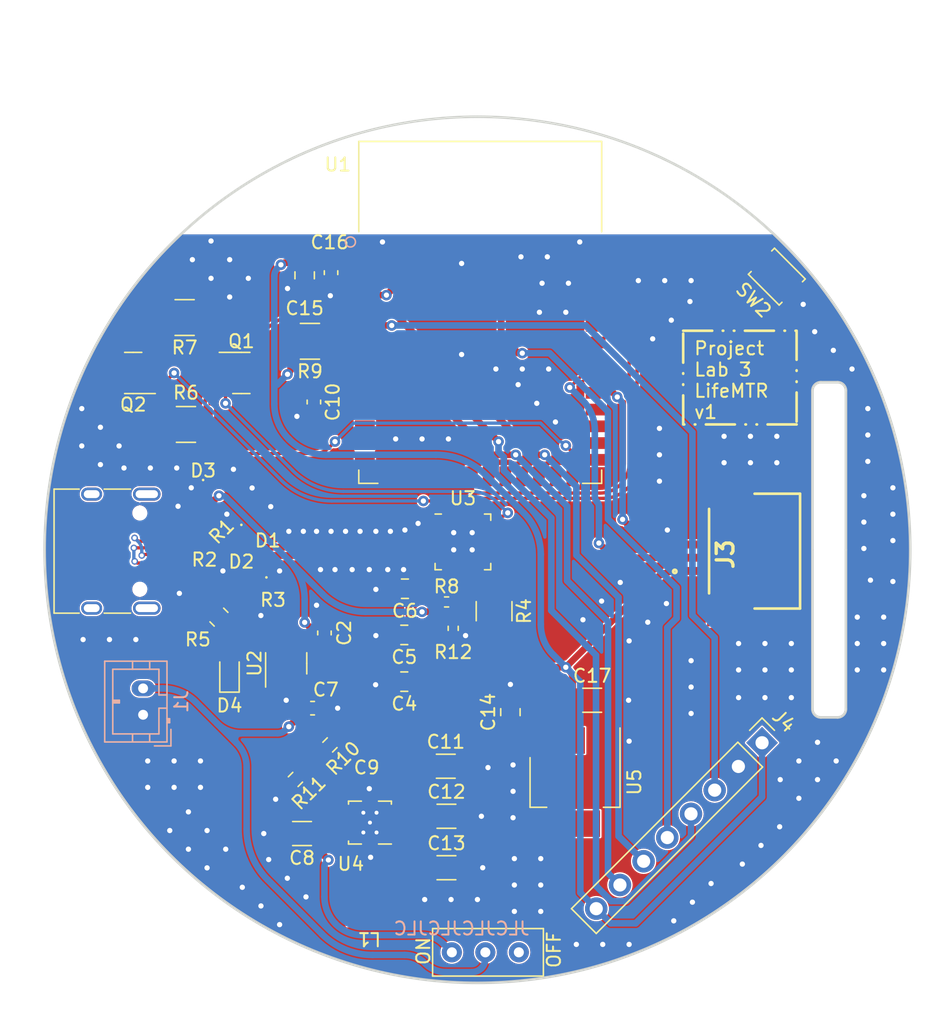
<source format=kicad_pcb>
(kicad_pcb (version 20221018) (generator pcbnew)
  (title_block (title "Lab 3 Main Board") (rev "1"))
  (layers (0 "F.Cu" signal) (1 "In1.Cu" signal) (2 "In2.Cu" signal) (31 "B.Cu" signal) (34 "B.Paste" user) (35 "F.Paste" user) (36 "B.SilkS" user "B.Silkscreen") (37 "F.SilkS" user "F.Silkscreen") (38 "B.Mask" user) (39 "F.Mask" user) (44 "Edge.Cuts" user))
  (net 0 "")
  (net 1 "VBUS")
  (net 2 "GND")
  (net 3 "+3V3")
  (net 4 "VDD")
  (net 5 "EN")
  (net 6 "+5V")
  (net 7 "D-")
  (net 8 "D+")
  (net 9 "Net-(D4-Pad1)")
  (net 10 "Net-(D4-Pad2)")
  (net 11 "/CC1")
  (net 13 "/CC2")
  (net 16 "SDA")
  (net 17 "SCL")
  (net 18 "Net-(Q1-Pad1)")
  (net 19 "~{RTS}")
  (net 20 "Net-(Q2-Pad1)")
  (net 21 "~{DTR}")
  (net 22 "IO0")
  (net 23 "Net-(R3-Pad1)")
  (net 24 "Net-(R4-Pad1)")
  (net 26 "MOSI")
  (net 27 "SCLK")
  (net 28 "~{CS}")
  (net 29 "DC")
  (net 30 "RST")
  (net 31 "MISO")
  (net 37 "WIFI_CONN")
  (net 39 "RXD")
  (net 40 "TXD")
  (net 73 "Net-(R12-Pad2)")
  (net 74 "/VDD_IN")
  (net 75 "/L_OUT")
  (net 76 "/SS")
  (net 77 "/FB")
  (footprint "Package_TO_SOT_SMD:SOT-223" (layer "F.Cu") (at 103.1 75.3 -90)
    (fp_text reference "U5")
    (fp_text value "AZ1117IH-3.3TRG1")
  )
  (footprint "Resistor_SMD:R_0201_0603Metric" (layer "F.Cu") (at 80.2 63 90)
    (fp_text reference "R3")
    (fp_text value "2k2")
  )
  (footprint "Resistor_SMD:R_1210_3225Metric" (layer "F.Cu") (at 96.9625 62.35 -90)
    (fp_text reference "R4")
    (fp_text value "10k")
  )
  (footprint "Capacitor_SMD:C_1206_3216Metric" (layer "F.Cu") (at 104.4 69.1)
    (fp_text reference "C17")
    (fp_text value "22u")
  )
  (footprint "Capacitor_SMD:C_0805_2012Metric" (layer "F.Cu") (at 90.152335 67.689137 180)
    (fp_text reference "C4")
    (fp_text value "10u")
  )
  (footprint "Capacitor_SMD:C_1206_3216Metric" (layer "F.Cu") (at 82.4 79.2 180)
    (fp_text reference "C8")
    (fp_text value "22u")
  )
  (footprint "Capacitor_SMD:C_0201_0603Metric" (layer "F.Cu") (at 85.9 75.1)
    (fp_text reference "C9")
    (fp_text value "10n")
  )
  (footprint "Resistor_SMD:R_0201_0603Metric" (layer "F.Cu") (at 75.473726 55.526274 45)
    (fp_text reference "R1")
    (fp_text value "5k1")
  )
  (footprint "Diode_SMD:D_0402_1005Metric" (layer "F.Cu") (at 79.7 58.7 90)
    (fp_text reference "D1")
    (fp_text value "ESD321DPYR")
  )
  (footprint "Package_TO_SOT_SMD:SOT-23-5" (layer "F.Cu") (at 81.2 66.3 90)
    (fp_text reference "U2")
    (fp_text value "MCP73832T-2DCI/OT")
  )
  (footprint "Package_SON:Texas_S-PVSON-N10_ThermalVias" (layer "F.Cu") (at 87.55 78.37 180)
    (fp_text reference "U4")
    (fp_text value "TPS61230DRC")
  )
  (footprint "Capacitor_SMD:C_0805_2012Metric" (layer "F.Cu") (at 90.202334 60.649138 180)
    (fp_text reference "C6")
    (fp_text value "1u")
  )
  (footprint "Capacitor_SMD:C_0603_1608Metric" (layer "F.Cu") (at 83.2 69.7)
    (fp_text reference "C7")
    (fp_text value "4u7")
  )
  (footprint "Connector_USB:USB_C_Receptacle_HRO_TYPE-C-31-M-12" (layer "F.Cu") (at 67.5 57.8 -90)
    (fp_text reference "J2" hide)
    (fp_text value "USB4800-03-A")
  )
  (footprint "Capacitor_SMD:C_1206_3216Metric" (layer "F.Cu") (at 93.35 81.789999)
    (fp_text reference "C13")
    (fp_text value "22u")
  )
  (footprint "Resistor_SMD:R_1210_3225Metric" (layer "F.Cu") (at 83 41.9 180)
    (fp_text reference "R9")
    (fp_text value "10k")
  )
  (footprint "Resistor_SMD:R_0402_1005Metric" (layer "F.Cu") (at 93.8625 63.65 90)
    (fp_text reference "R12")
    (fp_text value "47k5")
  )
  (footprint "Capacitor_SMD:C_0805_2012Metric" (layer "F.Cu") (at 98.2 70 90)
    (fp_text reference "C14")
    (fp_text value "10u")
  )
  (footprint "Diode_SMD:D_0402_1005Metric" (layer "F.Cu") (at 77.8 56.9 -90)
    (fp_text reference "D2")
    (fp_text value "ESD321DPYR")
  )
  (footprint "LED_SMD:LED_0603_1608Metric" (layer "F.Cu") (at 76.9 67 90)
    (fp_text reference "D4")
    (fp_text value "RED")
  )
  (footprint "Resistor_SMD:R_0402_1005Metric" (layer "F.Cu") (at 93.3625 61.65)
    (fp_text reference "R8")
    (fp_text value "22k1")
  )
  (footprint "Capacitor_SMD:C_1206_3216Metric" (layer "F.Cu") (at 93.3 74.1)
    (fp_text reference "C11")
    (fp_text value "22u")
  )
  (footprint "Package_TO_SOT_SMD:SOT-23" (layer "F.Cu") (at 77.8 44.3)
    (fp_text reference "Q1")
    (fp_text value "BC817")
  )
  (footprint "my_foot:0522070433" (layer "F.Cu") (at 113.262625 57.8 90)
    (fp_text reference "J3")
    (fp_text value "52207-0460 " hide)
  )
  (footprint "Resistor_SMD:R_0603_1608Metric" (layer "F.Cu") (at 81.9 75.1 -135)
    (fp_text reference "R11")
    (fp_text value "100k")
  )
  (footprint "my_foot:L_SMD_4.8_x_2.85" (layer "F.Cu") (at 87.6 84.5)
    (fp_text reference "L1")
    (fp_text value "XFL4020-102MEB")
  )
  (footprint "Capacitor_SMD:C_0603_1608Metric" (layer "F.Cu") (at 84.6 36.7 -90)
    (fp_text reference "C16")
    (fp_text value "100n")
  )
  (footprint "my_foot:SS12D00(SPDT amazon)" (layer "F.Cu") (at 96.3 88.2)
    (fp_text reference "SW1" hide)
    (fp_text value "450302014072 ")
  )
  (footprint "Button_Switch_SMD:SW_SPST_B3U-1000P" (layer "F.Cu") (at 118.4 37 135)
    (fp_text reference "SW2")
    (fp_text value "SW_Push")
  )
  (footprint "Connector_PinHeader_2.54mm:PinHeader_1x08_P2.54mm_Vertical" (layer "F.Cu") (at 117.280256 72.319744 -45)
    (fp_text reference "J4")
    (fp_text value "OLED")
  )
  (footprint "Diode_SMD:D_0402_1005Metric" (layer "F.Cu") (at 74.9 53.5 -90)
    (fp_text reference "D3")
    (fp_text value "ESD321DPYR")
  )
  (footprint "Package_DFN_QFN:QFN-24-1EP_4x4mm_P0.5mm_EP2.6x2.6mm" (layer "F.Cu") (at 94.6 57.1)
    (fp_text reference "U3")
    (fp_text value "CP2102N-Axx-xQFN24")
  )
  (footprint "Resistor_SMD:R_1210_3225Metric" (layer "F.Cu") (at 73.5 40.1 180)
    (fp_text reference "R7")
    (fp_text value "10k")
  )
  (footprint "Resistor_SMD:R_0603_1608Metric" (layer "F.Cu") (at 84.516295 72.483705 -135)
    (fp_text reference "R10")
    (fp_text value "402k")
  )
  (footprint "Capacitor_SMD:C_0603_1608Metric" (layer "F.Cu") (at 83.3 46.5 -90)
    (fp_text reference "C10")
    (fp_text value "100n")
  )
  (footprint "Capacitor_SMD:C_0805_2012Metric" (layer "F.Cu") (at 82.6 36.9 -90)
    (fp_text reference "C15")
    (fp_text value "10u")
  )
  (footprint "Resistor_SMD:R_1210_3225Metric" (layer "F.Cu") (at 73.6 48.2)
    (fp_text reference "R6")
    (fp_text value "10k")
  )
  (footprint "Capacitor_SMD:C_0805_2012Metric" (layer "F.Cu") (at 90.152335 64.149137 180)
    (fp_text reference "C5")
    (fp_text value "1u")
  )
  (footprint "Capacitor_SMD:C_0603_1608Metric" (layer "F.Cu") (at 84.1 64 90)
    (fp_text reference "C2")
    (fp_text value "4u7")
  )
  (footprint "my_foot:ESP32-S3-WROOM-2-N32R8V" (layer "F.Cu") (at 95.911401 39.710407)
    (fp_text reference "U1")
    (fp_text value "ESP32-S3-WROOM-2-N32R8V" hide)
  )
  (footprint "Resistor_SMD:R_0201_0603Metric" (layer "F.Cu") (at 75 59.5)
    (fp_text reference "R2")
    (fp_text value "5k1")
  )
  (footprint "Resistor_SMD:R_0805_2012Metric" (layer "F.Cu") (at 76.1 62.8 -45)
    (fp_text reference "R5")
    (fp_text value "1k")
  )
  (footprint "Package_TO_SOT_SMD:SOT-23" (layer "F.Cu") (at 69.599999 44.3 180)
    (fp_text reference "Q2")
    (fp_text value "BC817")
  )
  (footprint "Capacitor_SMD:C_1206_3216Metric" (layer "F.Cu") (at 93.35 77.89)
    (fp_text reference "C12")
    (fp_text value "22u")
  )
  (footprint "Connector_JST:JST_PH_B2B-PH-K_1x02_P2.00mm_Vertical" (layer "B.Cu") (at 70.35 70.2 90)
    (fp_text reference "J1")
    (fp_text value "JST Battery In")
  )
  (gr_line (start 123 45) (end 121.74 45) (stroke (width 0.2)) (layer "Edge.Cuts"))
  (gr_line (start 123 70.4) (end 121.74 70.4) (stroke (width 0.2)) (layer "Edge.Cuts"))
  (gr_arc (start 123 45) (mid 123.452549 45.187452) (end 123.64 45.64) (stroke (width 0.2)) (layer "Edge.Cuts"))
  (gr_arc (start 123.64 69.76) (mid 123.452563 70.212575) (end 123 70.4) (stroke (width 0.2)) (layer "Edge.Cuts"))
  (gr_line (start 121.1 45.64) (end 121.1 57.7) (stroke (width 0.2)) (layer "Edge.Cuts"))
  (gr_arc (start 121.74 70.4) (mid 121.287452 70.212548) (end 121.1 69.76) (stroke (width 0.2)) (layer "Edge.Cuts"))
  (gr_circle (center 95.7 57.7) (end 128.5168 57.7) (stroke (width 0.2)) (fill none) (layer "Edge.Cuts"))
  (gr_line (start 121.1 69.76) (end 121.1 57.7) (stroke (width 0.2)) (layer "Edge.Cuts"))
  (gr_arc (start 121.1 45.64) (mid 121.287466 45.187478) (end 121.74 45) (stroke (width 0.2)) (layer "Edge.Cuts"))
  (gr_line (start 123.64 57.7) (end 123.64 69.76) (stroke (width 0.2)) (layer "Edge.Cuts"))
  (gr_line (start 123.64 57.7) (end 123.64 45.64) (stroke (width 0.2)) (layer "Edge.Cuts"))
  (gr_text "JLCJLCJLCJLC" (at 94.5 86.4) (layer "B.SilkS") (effects (font (size 1 1)) (justify mirror)))
  (gr_text "ON" (at 91.6 88.1 90) (layer "F.SilkS") (effects (font (size 1 1))))
  (gr_text "OFF" (at 101.5 88 90) (layer "F.SilkS") (effects (font (size 1 1))))
  (gr_text_box "Project Lab 3\nLifeMTR v1" (start 111.3 41.1) (end 119.9 48.2) (layer "F.SilkS") (effects (font (size 1 1)) (justify left top)) (stroke (width 0.2) (type dash_dot_dot)))
  (segment (start 74.325 60.625) (end 74.558578 60.858578) (width 0.25) (layer "F.Cu") (net 1))
  (segment (start 82.307246 65.005254) (end 82.15 65.1625) (width 0.5) (layer "F.Cu") (net 1))
  (segment (start 70.33688 55.733118) (end 70.428318 55.641681) (width 0.25) (layer "F.Cu") (net 1))
  (segment (start 74.753275 54.546724) (end 74.388908 54.911091) (width 0.5) (layer "F.Cu") (net 1))
  (segment (start 73.45 55.3) (end 72.935355 55.3) (width 0.5) (layer "F.Cu") (net 1))
  (segment (start 71.9925 60.25) (end 71.0975 60.25) (width 0.25) (layer "F.Cu") (net 1))
  (segment (start 69.164999 56.234999) (end 69.193119 56.20688) (width 0.25) (layer "F.Cu") (net 1))
  (segment (start 91.80125 62.4) (end 91.5 62.4) (width 0.5) (layer "F.Cu") (net 1))
  (segment (start 92.315515 62.186984) (end 92.8525 61.65) (width 0.5) (layer "F.Cu") (net 1))
  (segment (start 69.487867 59.687867) (end 69.3 59.5) (width 0.25) (layer "F.Cu") (net 1))
  (segment (start 82.6125 63.2) (end 82.6 63.2) (width 0.5) (layer "F.Cu") (net 1))
  (segment (start 70.897487 60.25) (end 71.0975 60.25) (width 0.25) (layer "F.Cu") (net 1))
  (segment (start 76.1 53.6) (end 75.9075 53.7925) (width 0.5) (layer "F.Cu") (net 1))
  (segment (start 71.9575 55.35) (end 71.1325 55.35) (width 0.25) (layer "F.Cu") (net 1))
  (segment (start 70 59.9) (end 70.052512 59.9) (width 0.25) (layer "F.Cu") (net 1))
  (segment (start 68.9 56.874766) (end 68.9 58.534314) (width 0.25) (layer "F.Cu") (net 1))
  (segment (start 75.442763 53.985) (end 75.1075 53.985) (width 0.5) (layer "F.Cu") (net 1))
  (segment (start 82.686871 64.848008) (end 84.251992 64.848008) (width 0.5) (layer "F.Cu") (net 1))
  (segment (start 82.633838 63.208838) (end 84.1 64.675) (width 0.5) (layer "F.Cu") (net 1))
  (segment (start 73.419669 60.25) (end 71.9925 60.25) (width 0.25) (layer "F.Cu") (net 1))
  (segment (start 72.814644 55.35) (end 71.9575 55.35) (width 0.25) (layer "F.Cu") (net 1))
  (segment (start 74.841421 61.541421) (end 75.454765 62.154765) (width 0.25) (layer "F.Cu") (net 1))
  (via (at 82.6 63.2) (size 0.8) (drill 0.4) (layers "F.Cu" "B.Cu") (net 1))
  (via (at 76.1 53.6) (size 0.8) (drill 0.4) (layers "F.Cu" "B.Cu") (net 1))
  (via (at 91.5 62.4) (size 0.8) (drill 0.4) (layers "F.Cu" "B.Cu") (net 1))
  (arc (start 82.633838 63.208838) (mid 82.624048 63.202296) (end 82.6125 63.2) (width 0.5) (layer "F.Cu") (net 1))
  (arc (start 72.935355 55.3) (mid 72.902691 55.306497) (end 72.875 55.325) (width 0.5) (layer "F.Cu") (net 1))
  (arc (start 75.1075 53.985) (mid 74.960775 54.045775) (end 74.9 54.1925) (width 0.5) (layer "F.Cu") (net 1))
  (arc (start 92.315515 62.186984) (mid 92.079568 62.344638) (end 91.80125 62.4) (width 0.5) (layer "F.Cu") (net 1))
  (arc (start 74.9 54.1925) (mid 74.861867 54.384204) (end 74.753275 54.546724) (width 0.5) (layer "F.Cu") (net 1))
  (arc (start 69.765 55.97) (mid 69.4555 56.031563) (end 69.193119 56.20688) (width 0.25) (layer "F.Cu") (net 1))
  (arc (start 70.475 60.075) (mid 70.28116 59.945481) (end 70.052512 59.9) (width 0.25) (layer "F.Cu") (net 1))
  (arc (start 72.875 55.325) (mid 72.847308 55.343502) (end 72.814644 55.35) (width 0.25) (layer "F.Cu") (net 1))
  (arc (start 70.33688 55.733118) (mid 70.074499 55.908436) (end 69.765 55.97) (width 0.25) (layer "F.Cu") (net 1))
  (arc (start 82.686871 64.848008) (mid 82.481419 64.888874) (end 82.307246 65.005254) (width 0.5) (layer "F.Cu") (net 1))
  (arc (start 69.487867 59.687867) (mid 69.722835 59.844868) (end 70 59.9) (width 0.25) (layer "F.Cu") (net 1))
  (arc (start 74.388908 54.911091) (mid 73.958133 55.198925) (end 73.45 55.3) (width 0.5) (layer "F.Cu") (net 1))
  (arc (start 74.558578 60.858578) (mid 74.663245 61.015223) (end 74.7 61.2) (width 0.25) (layer "F.Cu") (net 1))
  (arc (start 74.325 60.625) (mid 73.90963 60.347459) (end 73.419669 60.25) (width 0.25) (layer "F.Cu") (net 1))
  (arc (start 69.164999 56.234999) (mid 68.96887 56.528526) (end 68.9 56.874766) (width 0.25) (layer "F.Cu") (net 1))
  (arc (start 74.7 61.2) (mid 74.736754 61.384775) (end 74.841421 61.541421) (width 0.25) (layer "F.Cu") (net 1))
  (arc (start 68.9 58.534314) (mid 69.003956 59.056939) (end 69.3 59.5) (width 0.25) (layer "F.Cu") (net 1))
  (arc (start 71.1325 55.35) (mid 70.751399 55.425805) (end 70.428318 55.641681) (width 0.25) (layer "F.Cu") (net 1))
  (arc (start 70.475 60.075) (mid 70.668838 60.204518) (end 70.897487 60.25) (width 0.25) (layer "F.Cu") (net 1))
  (arc (start 75.9075 53.7925) (mid 75.694277 53.93497) (end 75.442763 53.985) (width 0.5) (layer "F.Cu") (net 1))
  (segment (start 76.301041 53.6) (end 76.1 53.6) (width 0.5) (layer "B.Cu") (net 1))
  (segment (start 83.745451 60.843369) (end 83.951041 61.048959) (width 0.5) (layer "B.Cu") (net 1))
  (segment (start 81.361827 58.459745) (end 83.745451 60.843369) (width 0.5) (layer "B.Cu") (net 1))
  (segment (start 76.644239 53.742157) (end 81.361827 58.459745) (width 0.5) (layer "B.Cu") (net 1))
  (segment (start 82.6 61.448959) (end 82.6 63.2) (width 0.5) (layer "B.Cu") (net 1))
  (segment (start 91.5 62.4) (end 87.212742 62.4) (width 0.5) (layer "B.Cu") (net 1))
  (arc (start 83.951041 61.048959) (mid 85.447522 62.048875) (end 87.212742 62.4) (width 0.5) (layer "B.Cu") (net 1))
  (arc (start 82.6 61.448959) (mid 82.278209 59.831208) (end 81.361827 58.459745) (width 0.5) (layer "B.Cu") (net 1))
  (arc (start 76.644239 53.742157) (mid 76.486778 53.636945) (end 76.301041 53.6) (width 0.5) (layer "B.Cu") (net 1))
  (segment (start 94.470967 38.377285) (end 94.470967 36.029033) (width 0.5) (layer "F.Cu") (net 2))
  (segment (start 75.52 59.3) (end 75.32 59.5) (width 0.5) (layer "F.Cu") (net 2))
  (segment (start 76.7 55) (end 76.212132 55) (width 0.25) (layer "F.Cu") (net 2))
  (segment (start 77.68863 55.98863) (end 76.7 55) (width 0.25) (layer "F.Cu") (net 2))
  (segment (start 81.316637 75.683363) (end 80.4 76.6) (width 0.5) (layer "F.Cu") (net 2))
  (segment (start 87.648777 81) (end 87.763779 80.884998) (width 0.25) (layer "F.Cu") (net 2))
  (segment (start 81.35 37.85) (end 81.3 37.9) (width 0.5) (layer "F.Cu") (net 2))
  (segment (start 93.9 56.4) (end 94.6 57.1) (width 0.25) (layer "F.Cu") (net 2))
  (segment (start 94.5 42.9) (end 93.233757 41.633757) (width 0.25) (layer "F.Cu") (net 2))
  (segment (start 87.3 76) (end 87.3 76.74) (width 0.25) (layer "F.Cu") (net 2))
  (segment (start 105.9875 69.1) (end 105.875 69.1) (width 0.5) (layer "F.Cu") (net 2))
  (segment (start 94.470967 39.877285) (end 94.470967 41.377285) (width 0.5) (layer "F.Cu") (net 2))
  (segment (start 87.979141 67.923264) (end 87.995216 67.923264) (width 0.5) (layer "F.Cu") (net 2))
  (segment (start 110.2 56.3) (end 110.1 56.2) (width 0.5) (layer "F.Cu") (net 2))
  (segment (start 87.8 80.687867) (end 87.8 79.92) (width 0.25) (layer "F.Cu") (net 2))
  (segment (start 96.059566 38.716878) (end 96.059566 38.170534) (width 0.25) (layer "F.Cu") (net 2))
  (segment (start 96 77.89) (end 94.825 77.89) (width 0.5) (layer "F.Cu") (net 2))
  (segment (start 93.9 56.4) (end 93.875 56.375) (width 0.25) (layer "F.Cu") (net 2))
  (segment (start 86.22 75.1) (end 86.8 75.1) (width 0.5) (layer "F.Cu") (net 2))
  (segment (start 96.059566 40.7801) (end 96.059566 41.153656) (width 0.25) (layer "F.Cu") (net 2))
  (segment (start 87.3 80.858578) (end 87.3 79.92) (width 0.25) (layer "F.Cu") (net 2))
  (segment (start 107.15 72.15) (end 107.2 72.2) (width 0.5) (layer "F.Cu") (net 2))
  (segment (start 88.050862 60.649138) (end 88 60.7) (width 0.5) (layer "F.Cu") (net 2))
  (segment (start 87.5 75.8) (end 87.748777 75.8) (width 0.25) (layer "F.Cu") (net 2))
  (segment (start 84.545778 38.445778) (end 84.545778 38.415003) (width 0.5) (layer "F.Cu") (net 2))
  (segment (start 79.28 62.68) (end 80.2 62.68) (width 0.25) (layer "F.Cu") (net 2))
  (segment (start 93.814644 56.35) (end 92.6625 56.35) (width 0.25) (layer "F.Cu") (net 2))
  (segment (start 86.8 75.1) (end 87.5 75.8) (width 0.5) (layer "F.Cu") (net 2))
  (segment (start 87.333881 81) (end 87.323958 80.990077) (width 0.25) (layer "F.Cu") (net 2))
  (segment (start 82.775 37.85) (end 82.6 37.85) (width 0.5) (layer "F.Cu") (net 2))
  (segment (start 93.059566 40.216878) (end 93.059566 40.720534) (width 0.25) (layer "F.Cu") (net 2))
  (segment (start 85.1 69.7) (end 83.975 69.7) (width 0.5) (layer "F.Cu") (net 2))
  (segment (start 87.6 81) (end 87.648777 81) (width 0.25) (layer "F.Cu") (net 2))
  (segment (start 82.0125 47.5875) (end 82.014133 47.5875) (width 0.5) (layer "F.Cu") (net 2))
  (segment (start 93.059566 40.216878) (end 93.059566 38.716878) (width 0.25) (layer "F.Cu") (net 2))
  (segment (start 71.595 61) (end 71.545 61.05) (width 0.5) (layer "F.Cu") (net 2))
  (segment (start 98.2 67.9) (end 98.2 69.05) (width 0.5) (layer "F.Cu") (net 2))
  (segment (start 94.5 42.9) (end 94.529783 42.870217) (width 0.25) (layer "F.Cu") (net 2))
  (segment (start 74.015 53.015) (end 74 53) (width 0.5) (layer "F.Cu") (net 2))
  (segment (start 105.4 72.15) (end 107.15 72.15) (width 0.5) (layer "F.Cu") (net 2))
  (segment (start 89.252334 60.649138) (end 88.050862 60.649138) (width 0.5) (layer "F.Cu") (net 2))
  (segment (start 71.695 54.4) (end 71.545 54.55) (width 0.5) (layer "F.Cu") (net 2))
  (segment (start 96.329289 74.1) (end 94.775 74.1) (width 0.5) (layer "F.Cu") (net 2))
  (segment (start 95.872788 40.966878) (end 95.309566 40.966878) (width 0.25) (layer "F.Cu") (net 2))
  (segment (start 87.5 75.8) (end 87.3 76) (width 0.25) (layer "F.Cu") (net 2))
  (segment (start 94.529783 36.029783) (end 94.5 36) (width 0.25) (layer "F.Cu") (net 2))
  (segment (start 82.766941 47.275) (end 83.3 47.275) (width 0.5) (layer "F.Cu") (net 2))
  (segment (start 87.8 76.012132) (end 87.8 76.74) (width 0.25) (layer "F.Cu") (net 2))
  (segment (start 96.5 74.2) (end 96.45 74.15) (width 0.5) (layer "F.Cu") (net 2))
  (segment (start 94.470967 39.877285) (end 94.470967 38.377285) (width 0.5) (layer "F.Cu") (net 2))
  (segment (start 87.748777 75.8) (end 87.763779 75.815002) (width 0.25) (layer "F.Cu") (net 2))
  (segment (start 96.059566 37.763222) (end 96.059566 38.170534) (width 0.25) (layer "F.Cu") (net 2))
  (segment (start 79.7 59.921219) (end 79.736221 59.884998) (width 0.25) (layer "F.Cu") (net 2))
  (segment (start 107.1595 69.1) (end 105.875 69.1) (width 0.5) (layer "F.Cu") (net 2))
  (segment (start 84.545778 38.415003) (end 84.565791 38.39499) (width 0.5) (layer "F.Cu") (net 2))
  (segment (start 93.245692 37.254307) (end 94.5 36) (width 0.25) (layer "F.Cu") (net 2))
  (segment (start 120.4 39) (end 119.602082 38.202082) (width 0.5) (layer "F.Cu") (net 2))
  (segment (start 88.5 34.373359) (end 87.161401 34.373359) (width 0.5) (layer "F.Cu") (net 2))
  (segment (start 82.6 37.85) (end 81.35 37.85) (width 0.5) (layer "F.Cu") (net 2))
  (segment (start 94.21125 64.16) (end 93.8625 64.16) (width 0.25) (layer "F.Cu") (net 2))
  (segment (start 87.6 81) (end 87.333881 81) (width 0.25) (layer "F.Cu") (net 2))
  (segment (start 87.995216 67.923264) (end 88.050121 67.868359) (width 0.5) (layer "F.Cu") (net 2))
  (segment (start 94.470967 39.877285) (end 92.970967 39.877285) (width 0.5) (layer "F.Cu") (net 2))
  (segment (start 80.7 59.3) (end 79.815 59.3) (width 0.5) (layer "F.Cu") (net 2))
  (segment (start 94.470967 39.877285) (end 95.970967 39.877285) (width 0.5) (layer "F.Cu") (net 2))
  (segment (start 94.5 42.9) (end 95.927494 41.472505) (width 0.25) (layer "F.Cu") (net 2))
  (segment (start 96.059566 38.716878) (end 96.059566 40.216878) (width 0.25) (layer "F.Cu") (net 2))
  (segment (start 93.059566 38.2301) (end 93.059566 37.703656) (width 0.25) (layer "F.Cu") (net 2))
  (segment (start 105.825 72.15) (end 105.4 72.15) (width 0.5) (layer "F.Cu") (net 2))
  (segment (start 94.8 64.2) (end 93.9025 64.2) (width 0.5) (layer "F.Cu") (net 2))
  (segment (start 77.8 56.2575) (end 77.8 56.415) (width 0.25) (layer "F.Cu") (net 2))
  (segment (start 74.9 53.015) (end 74.015 53.015) (width 0.5) (layer "F.Cu") (net 2))
  (segment (start 88.642808 67.689137) (end 89.202335 67.689137) (width 0.5) (layer "F.Cu") (net 2))
  (segment (start 79.815 59.3) (end 79.7 59.185) (width 0.5) (layer "F.Cu") (net 2))
  (segment (start 82.014133 47.5875) (end 82.072628 47.529005) (width 0.5) (layer "F.Cu") (net 2))
  (segment (start 76.4 59.3) (end 75.52 59.3) (width 0.5) (layer "F.Cu") (net 2))
  (segment (start 84.6 38.146446) (end 84.6 37.475) (width 0.5) (layer "F.Cu") (net 2))
  (segment (start 73 54.4) (end 71.695 54.4) (width 0.5) (layer "F.Cu") (net 2))
  (segment (start 75.85 55.15) (end 75.7 55.3) (width 0.25) (layer "F.Cu") (net 2))
  (segment (start 95.915559 37.415559) (end 94.5 36) (width 0.25) (layer "F.Cu") (net 2))
  (segment (start 73.1 61) (end 71.595 61) (width 0.5) (layer "F.Cu") (net 2))
  (segment (start 84.1 63.225) (end 84.1 62.5) (width 0.5) (layer "F.Cu") (net 2))
  (segment (start 93.322788 37.966878) (end 93.809566 37.966878) (width 0.25) (layer "F.Cu") (net 2))
  (segment (start 93.9025 64.2) (end 93.8625 64.16) (width 0.5) (layer "F.Cu") (net 2))
  (segment (start 94.559566 41.716878) (end 94.559566 42.798314) (width 0.25) (layer "F.Cu") (net 2))
  (segment (start 93.809566 40.966878) (end 93.30591 40.966878) (width 0.25) (layer "F.Cu") (net 2))
  (segment (start 88.050863 64.149137) (end 88 64.2) (width 0.5) (layer "F.Cu") (net 2))
  (segment (start 112.162625 56.3) (end 110.2 56.3) (width 0.5) (layer "F.Cu") (net 2))
  (segment (start 79.5 79.2) (end 80.925 79.2) (width 0.5) (layer "F.Cu") (net 2))
  (segment (start 94.470967 36.029033) (end 94.5 36) (width 0.5) (layer "F.Cu") (net 2))
  (segment (start 93.059566 38.716878) (end 93.059566 38.2301) (width 0.25) (layer "F.Cu") (net 2))
  (segment (start 103.457611 34.373359) (end 104.661401 34.373359) (width 0.5) (layer "F.Cu") (net 2))
  (segment (start 93.809566 40.966878) (end 95.309566 40.966878) (width 0.25) (layer "F.Cu") (net 2))
  (segment (start 95.309566 37.966878) (end 93.809566 37.966878) (width 0.25) (layer "F.Cu") (net 2))
  (segment (start 84.1 62.5) (end 83.5 61.9) (width 0.5) (layer "F.Cu") (net 2))
  (segment (start 96.059566 40.7801) (end 96.059566 40.216878) (width 0.25) (layer "F.Cu") (net 2))
  (segment (start 81.2 69.1) (end 81.2 67.4375) (width 0.25) (layer "F.Cu") (net 2))
  (segment (start 95.85591 37.966878) (end 95.309566 37.966878) (width 0.25) (layer "F.Cu") (net 2))
  (segment (start 89.202335 64.149137) (end 88.050863 64.149137) (width 0.5) (layer "F.Cu") (net 2))
  (segment (start 96.1 81.789999) (end 94.825 81.789999) (width 0.5) (layer "F.Cu") (net 2))
  (segment (start 93.059566 41.213222) (end 93.059566 40.720534) (width 0.25) (layer "F.Cu") (net 2))
  (segment (start 112.112625 56.25) (end 112.162625 56.3) (width 0.5) (layer "F.Cu") (net 2))
  (segment (start 120.4 39.1) (end 120.4 39) (width 0.5) (layer "F.Cu") (net 2))
  (via (at 98.4 76) (size 0.8) (drill 0.4) (layers "F.Cu" "B.Cu") (net 2))
  (via (at 127.2 57) (size 0.8) (drill 0.4) (layers "F.Cu" "B.Cu") (net 2))
  (via (at 79.285786 84.685786) (size 0.8) (drill 0.4) (layers "F.Cu" "B.Cu") (net 2))
  (via (at 98.5 85.100001) (size 0.8) (drill 0.4) (layers "F.Cu" "B.Cu") (net 2))
  (via (at 69.8 64.5) (size 0.8) (drill 0.4) (layers "F.Cu" "B.Cu") (net 2))
  (via (at 98.499999 81.1) (size 0.8) (drill 0.4) (layers "F.Cu" "B.Cu") (net 2))
  (via (at 79.871573 81.171573) (size 0.8) (drill 0.4) (layers "F.Cu" "B.Cu") (net 2))
  (via (at 76.914214 38.542641) (size 0.8) (drill 0.4) (layers "F.Cu" "B.Cu") (net 2))
  (via (at 95.3 57.7) (size 0.8) (drill 0.4) (layers "F.Cu" "B.Cu") (net 2))
  (via (at 70.7 75.7) (size 0.8) (drill 0.4) (layers "F.Cu" "B.Cu") (net 2))
  (via (at 91.2 55.7) (size 0.8) (drill 0.4) (layers "F.Cu" "B.Cu") (net 2))
  (via (at 88.5 34.373359) (size 0.8) (drill 0.4) (layers "F.Cu" "B.Cu") (net 2))
  (via (at 118.4 49.1) (size 0.8) (drill 0.4) (layers "F.Cu" "B.Cu") (net 2))
  (via (at 126.5 62.8) (size 0.8) (drill 0.4) (layers "F.Cu" "B.Cu") (net 2))
  (via (at 103.7 63) (size 0.8) (drill 0.4) (layers "F.Cu" "B.Cu") (net 2))
  (via (at 125 53.6) (size 0.8) (drill 0.4) (layers "F.Cu" "B.Cu") (net 2))
  (via (at 125.5 60) (size 0.8) (drill 0.4) (layers "F.Cu" "B.Cu") (net 2))
  (via (at 94.5 42.9) (size 0.8) (drill 0.4) (layers "F.Cu" "B.Cu") (net 2))
  (via (at 124.1 44) (size 0.8) (drill 0.4) (layers "F.Cu" "B.Cu") (net 2))
  (via (at 121.485786 72.285786) (size 0.8) (drill 0.4) (layers "F.Cu" "B.Cu") (net 2))
  (via (at 113.414214 82.985786) (size 0.8) (drill 0.4) (layers "F.Cu" "B.Cu") (net 2))
  (via (at 75.2 81.8) (size 0.8) (drill 0.4) (layers "F.Cu" "B.Cu") (net 2))
  (via (at 99.1 44) (size 0.8) (drill 0.4) (layers "F.Cu" "B.Cu") (net 2))
  (via (at 84.9 59.2) (size 0.8) (drill 0.4) (layers "F.Cu" "B.Cu") (net 2))
  (via (at 87.5 59.2) (size 0.8) (drill 0.4) (layers "F.Cu" "B.Cu") (net 2))
  (via (at 83.5 61.9) (size 0.8) (drill 0.4) (layers "F.Cu" "B.Cu") (net 2))
  (via (at 87.5 75.8) (size 0.8) (drill 0.4) (layers "F.Cu" "B.Cu") (net 2))
  (via (at 117.5 64.8) (size 0.8) (drill 0.4) (layers "F.Cu" "B.Cu") (net 2))
  (via (at 82.0125 47.5875) (size 0.8) (drill 0.4) (layers "F.Cu" "B.Cu") (net 2))
  (via (at 127.2 60.1) (size 0.8) (drill 0.4) (layers "F.Cu" "B.Cu") (net 2))
  (via (at 87.6 81) (size 0.8) (drill 0.4) (layers "F.Cu" "B.Cu") (net 2))
  (via (at 99 35.5) (size 0.8) (drill 0.4) (layers "F.Cu" "B.Cu") (net 2))
  (via (at 115.5 64.8) (size 0.8) (drill 0.4) (layers "F.Cu" "B.Cu") (net 2))
  (via (at 83.5 56.3) (size 0.8) (drill 0.4) (layers "F.Cu" "B.Cu") (net 2))
  (via (at 116.4 49.1) (size 0.8) (drill 0.4) (layers "F.Cu" "B.Cu") (net 2))
  (via (at 100.6 37.5) (size 0.8) (drill 0.4) (layers "F.Cu" "B.Cu") (net 2))
  (via (at 100.4 39.7) (size 0.8) (drill 0.4) (layers "F.Cu" "B.Cu") (net 2))
  (via (at 72.371573 78.971573) (size 0.8) (drill 0.4) (layers "F.Cu" "B.Cu") (net 2))
  (via (at 68.9 51.5) (size 0.8) (drill 0.4) (layers "F.Cu" "B.Cu") (net 2))
  (via (at 89.1 56.3) (size 0.8) (drill 0.4) (layers "F.Cu" "B.Cu") (net 2))
  (via (at 115.499999 68.9) (size 0.8) (drill 0.4) (layers "F.Cu" "B.Cu") (net 2))
  (via (at 111.9 37.3) (size 0.8) (drill 0.4) (layers "F.Cu" "B.Cu") (net 2))
  (via (at 111.9 68.1) (size 0.8) (drill 0.4) (layers "F.Cu" "B.Cu") (net 2))
  (via (at 65.7 47) (size 0.8) (drill 0.4) (layers "F.Cu" "B.Cu") (net 2))
  (via (at 81.4 56.3) (size 0.8) (drill 0.4) (layers "F.Cu" "B.Cu") (net 2))
  (via (at 76.914214 35.714214) (size 0.8) (drill 0.4) (layers "F.Cu" "B.Cu") (net 2))
  (via (at 73 54.4) (size 0.8) (drill 0.4) (layers "F.Cu" "B.Cu") (net 2))
  (via (at 119.5 66.8) (size 0.8) (drill 0.4) (layers "F.Cu" "B.Cu") (net 2))
  (via (at 109.5 50.5) (size 0.8) (drill 0.4) (layers "F.Cu" "B.Cu") (net 2))
  (via (at 107.1595 69.1) (size 0.8) (drill 0.4) (layers "F.Cu" "B.Cu") (net 2))
  (via (at 80.028427 54.428427) (size 0.8) (drill 0.4) (layers "F.Cu" "B.Cu") (net 2))
  (via (at 120.071573 76.528427) (size 0.8) (drill 0.4) (layers "F.Cu" "B.Cu") (net 2))
  (via (at 100.5 81.1) (size 0.8) (drill 0.4) (layers "F.Cu" "B.Cu") (net 2))
  (via (at 94.8 64.2) (size 0.8) (drill 0.4) (layers "F.Cu" "B.Cu") (net 2))
  (via (at 67.114214 48.414214) (size 0.8) (drill 0.4) (layers "F.Cu" "B.Cu") (net 2))
  (via (at 74.7 75.7) (size 0.8) (drill 0.4) (layers "F.Cu" "B.Cu") (net 2))
  (via (at 91.5 49.3) (size 0.8) (drill 0.4) (layers "F.Cu" "B.Cu") (net 2))
  (via (at 79.5 79.2) (size 0.8) (drill 0.4) (layers "F.Cu" "B.Cu") (net 2))
  (via (at 90.1 59.2) (size 0.8) (drill 0.4) (layers "F.Cu" "B.Cu") (net 2))
  (via (at 115.5 66.8) (size 0.8) (drill 0.4) (layers "F.Cu" "B.Cu") (net 2))
  (via (at 81.285786 82.585786) (size 0.8) (drill 0.4) (layers "F.Cu" "B.Cu") (net 2))
  (via (at 102.6 37.5) (size 0.8) (drill 0.4) (layers "F.Cu" "B.Cu") (net 2))
  (via (at 117.2 80.1) (size 0.8) (drill 0.4) (layers "F.Cu" "B.Cu") (net 2))
  (via (at 82.5 56.3) (size 0.8) (drill 0.4) (layers "F.Cu" "B.Cu") (net 2))
  (via (at 121.271573 41.171573) (size 0.8) (drill 0.4) (layers "F.Cu" "B.Cu") (net 2))
  (via (at 91.7 84.2) (size 0.8) (drill 0.4) (layers "F.Cu" "B.Cu") (net 2))
  (via (at 98.2 67.9) (size 0.8) (drill 0.4) (layers "F.Cu" "B.Cu") (net 2))
  (via (at 74 53) (size 0.8) (drill 0.4) (layers "F.Cu" "B.Cu") (net 2))
  (via (at 107.9 37.3) (size 0.8) (drill 0.4) (layers "F.Cu" "B.Cu") (net 2))
  (via (at 127.2 53) (size 0.8) (drill 0.4) (layers "F.Cu" "B.Cu") (net 2))
  (via (at 105.2 87.6) (size 0.8) (drill 0.4) (layers "F.Cu" "B.Cu") (net 2))
  (via (at 98.4 78.000001) (size 0.8) (drill 0.4) (layers "F.Cu" "B.Cu") (net 2))
  (via (at 119.500001 68.9) (size 0.8) (drill 0.4) (layers "F.Cu" "B.Cu") (net 2))
  (via (at 112 84.4) (size 0.8) (drill 0.4) (layers "F.Cu" "B.Cu") (net 2))
  (via (at 93.7 84.2) (size 0.8) (drill 0.4) (layers "F.Cu" "B.Cu") (net 2))
  (via (at 108.985786 41.714214) (size 0.8) (drill 0.4) (layers "F.Cu" "B.Cu") (net 2))
  (via (at 117.5 66.8) (size 0.8) (drill 0.4) (layers "F.Cu" "B.Cu") (net 2))
  (via (at 76.7 55) (size 0.8) (drill 0.4) (layers "F.Cu" "B.Cu") (net 2))
  (via (at 108.614214 63.185786) (size 0.8) (drill 0.4) (layers "F.Cu" "B.Cu") (net 2))
  (via (at 125.3 47) (size 0.8) (drill 0.4) (layers "F.Cu" "B.Cu") (net 2))
  (via (at 107.200001 87.6) (size 0.8) (drill 0.4) (layers "F.Cu" "B.Cu") (net 2))
  (via (at 107.2 64.6) (size 0.8) (drill 0.4) (layers "F.Cu" "B.Cu") (net 2))
  (via (at 126.5 66.8) (size 0.8) (drill 0.4) (layers "F.Cu" "B.Cu") (net 2))
  (via (at 65.8 64.5) (size 0.8) (drill 0.4) (layers "F.Cu" "B.Cu") (net 2))
  (via (at 124.5 66.800001) (size 0.8) (drill 0.4) (layers "F.Cu" "B.Cu") (net 2))
  (via (at 109.5 48.499999) (size 0.8) (drill 0.4) (layers "F.Cu" "B.Cu") (net 2))
  (via (at 93.500001 49.3) (size 0.8) (drill 0.4) (layers "F.Cu" "B.Cu") (net 2))
  (via (at 118.614214 78.685786) (size 0.8) (drill 0.4) (layers "F.Cu" "B.Cu") (net 2))
  (via (at 84.6 56.3) (size 0.8) (drill 0.4) (layers "F.Cu" "B.Cu") (net 2))
  (via (at 88 64.2) (size 0.8) (drill 0.4) (layers "F.Cu" "B.Cu") (net 2))
  (via (at 75.5 37.128427) (size 0.8) (drill 0.4) (layers "F.Cu" "B.Cu") (net 2))
  (via (at 110.4 40.3) (size 0.8) (drill 0.4) (layers "F.Cu" "B.Cu") (net 2))
  (via (at 105.114214 61.585786) (size 0.8) (drill 0.4) (layers "F.Cu" "B.Cu") (net 2))
  (via (at 109.5 52.500001) (size 0.8) (drill 0.4) (layers "F.Cu" "B.Cu") (net 2))
  (via (at 100.5 85.1) (size 0.8) (drill 0.4) (layers "F.Cu" "B.Cu") (net 2))
  (via (at 90.2 56.2) (size 0.8) (drill 0.4) (layers "F.Cu" "B.Cu") (net 2))
  (via (at 67.8 64.5) (size 0.8) (drill 0.4) (layers "F.Cu" "B.Cu") (net 2))
  (via (at 76.4 59.3) (size 0.8) (drill 0.4) (layers "F.Cu" "B.Cu") (net 2))
  (via (at 96.5 74.2) (size 0.8) (drill 0.4) (layers "F.Cu" "B.Cu") (net 2))
  (via (at 122.9 73.7) (size 0.8) (drill 0.4) (layers "F.Cu" "B.Cu") (net 2))
  (via (at 120.4 39.1) (size 0.8) (drill 0.4) (layers "F.Cu" "B.Cu") (net 2))
  (via (at 114.4 49.1) (size 0.8) (drill 0.4) (layers "F.Cu" "B.Cu") (net 2))
  (via (at 88 56.3) (size 0.8) (drill 0.4) (layers "F.Cu" "B.Cu") (net 2))
  (via (at 116.4 51.1) (size 0.8) (drill 0.4) (layers "F.Cu" "B.Cu") (net 2))
  (via (at 93.9 56.4) (size 0.8) (drill 0.4) (layers "F.Cu" "B.Cu") (net 2))
  (via (at 101 35.5) (size 0.8) (drill 0.4) (layers "F.Cu" "B.Cu") (net 2))
  (via (at 79.28 62.68) (size 0.8) (drill 0.4) (layers "F.Cu" "B.Cu") (net 2))
  (via (at 126.5 64.800001) (size 0.8) (drill 0.4) (layers "F.Cu" "B.Cu") (net 2))
  (via (at 95.7 84.2) (size 0.8) (drill 0.4) (layers "F.Cu" "B.Cu") (net 2))
  (via (at 75.2 78.971573) (size 0.8) (drill 0.4) (layers "F.Cu" "B.Cu") (net 2))
  (via (at 107.2 72.2) (size 0.8) (drill 0.4) (layers "F.Cu" "B.Cu") (net 2))
  (via (at 94.5 36) (size 0.8) (drill 0.4) (layers "F.Cu" "B.Cu") (net 2))
  (via (at 80.7 86.1) (size 0.8) (drill 0.4) (layers "F.Cu" "B.Cu") (net 2))
  (via (at 72.7 73.7) (size 0.8) (drill 0.4) (layers "F.Cu" "B.Cu") (net 2))
  (via (at 124.5 64.8) (size 0.8) (drill 0.4) (layers "F.Cu" "B.Cu") (net 2))
  (via (at 70.9 51.5) (size 0.8) (drill 0.4) (layers "F.Cu" "B.Cu") (net 2))
  (via (at 95.3 56.4) (size 0.8) (drill 0.4) (layers "F.Cu" "B.Cu") (net 2))
  (via (at 93.9 57.7) (size 0.8) (drill 0.4) (layers "F.Cu" "B.Cu") (net 2))
  (via (at 110.585786 85.814214) (size 0.8) (drill 0.4) (layers "F.Cu" "B.Cu") (net 2))
  (via (at 74.085786 35.714214) (size 0.8) (drill 0.4) (layers "F.Cu" "B.Cu") (net 2))
  (via (at 118.657359 75.114214) (size 0.8) (drill 0.4) (layers "F.Cu" "B.Cu") (net 2))
  (via (at 77.871573 83.271573) (size 0.8) (drill 0.4) (layers "F.Cu" "B.Cu") (net 2))
  (via (at 124.499999 62.8) (size 0.8) (drill 0.4) (layers "F.Cu" "B.Cu") (net 2))
  (via (at 125 55.599999) (size 0.8) (drill 0.4) (layers "F.Cu" "B.Cu") (net 2))
  (via (at 111.9 66.099999) (size 0.8) (drill 0.4) (layers "F.Cu" "B.Cu") (net 2))
  (via (at 74.7 73.7) (size 0.8) (drill 0.4) (layers "F.Cu" "B.Cu") (net 2))
  (via (at 88 60.7) (size 0.8) (drill 0.4) (layers "F.Cu" "B.Cu") (net 2))
  (via (at 75.5 34.3) (size 0.8) (drill 0.4) (layers "F.Cu" "B.Cu") (net 2))
  (via (at 81.2 69.1) (size 0.8) (drill 0.4) (layers "F.Cu" "B.Cu") (net 2))
  (via (at 98.785786 45.185786) (size 0.8) (drill 0.4) (layers "F.Cu" "B.Cu") (net 2))
  (via (at 82.7 84) (size 0.8) (drill 0.4) (layers "F.Cu" "B.Cu") (net 2))
  (via (at 114.399999 51.1) (size 0.8) (drill 0.4) (layers "F.Cu" "B.Cu") (net 2))
  (via (at 98.4 73.999999) (size 0.8) (drill 0.4) (layers "F.Cu" "B.Cu") (net 2))
  (via (at 100.5 83.100001) (size 0.8) (drill 0.4) (layers "F.Cu" "B.Cu") (net 2))
  (via (at 98.5 83.1) (size 0.8) (drill 0.4) (layers "F.Cu" "B.Cu") (net 2))
  (via (at 118.400001 51.1) (size 0.8) (drill 0.4) (layers "F.Cu" "B.Cu") (net 2))
  (via (at 78.328427 37.128427) (size 0.8) (drill 0.4) (layers "F.Cu" "B.Cu") (net 2))
  (via (at 96 77.89) (size 0.8) (drill 0.4) (layers "F.Cu" "B.Cu") (net 2))
  (via (at 125.3 48.999999) (size 0.8) (drill 0.4) (layers "F.Cu" "B.Cu") (net 2))
  (via (at 70.7 73.7) (size 0.8) (drill 0.4) (layers "F.Cu" "B.Cu") (net 2))
  (via (at 125.3 51) (size 0.8) (drill 0.4) (layers "F.Cu" "B.Cu") (net 2))
  (via (at 109.9 37.3) (size 0.8) (drill 0.4) (layers "F.Cu" "B.Cu") (net 2))
  (via (at 80.4 76.6) (size 0.8) (drill 0.4) (layers "F.Cu" "B.Cu") (net 2))
  (via (at 65.7 49.828427) (size 0.8) (drill 0.4) (layers "F.Cu" "B.Cu") (net 2))
  (via (at 73.785785 77.557359) (size 0.8) (drill 0.4) (layers "F.Cu" "B.Cu") (net 2))
  (via (at 127.2 54.999999) (size 0.8) (drill 0.4) (layers "F.Cu" "B.Cu") (net 2))
  (via (at 72.9 51.5) (size 0.8) (drill 0.4) (layers "F.Cu" "B.Cu") (net 2))
  (via (at 85.1 69.7) (size 0.8) (drill 0.4) (layers "F.Cu" "B.Cu") (net 2))
  (via (at 77.2 51.6) (size 0.8) (drill 0.4) (layers "F.Cu" "B.Cu") (net 2))
  (via (at 102.4 39.7) (size 0.8) (drill 0.4) (layers "F.Cu" "B.Cu") (net 2))
  (via (at 81.3 37.9) (size 0.8) (drill 0.4) (layers "F.Cu" "B.Cu") (net 2))
  (via (at 80.7 59.3) (size 0.8) (drill 0.4) (layers "F.Cu" "B.Cu") (net 2))
  (via (at 110.028427 61.771573) (size 0.8) (drill 0.4) (layers "F.Cu" "B.Cu") (net 2))
  (via (at 125 57.6) (size 0.8) (drill 0.4) (layers "F.Cu" "B.Cu") (net 2))
  (via (at 115.785786 81.514214) (size 0.8) (drill 0.4) (layers "F.Cu" "B.Cu") (net 2))
  (via (at 103.199999 87.6) (size 0.8) (drill 0.4) (layers "F.Cu" "B.Cu") (net 2))
  (via (at 103.457611 34.373359) (size 0.8) (drill 0.4) (layers "F.Cu" "B.Cu") (net 2))
  (via (at 100.2 46.6) (size 0.8) (drill 0.4) (layers "F.Cu" "B.Cu") (net 2))
  (via (at 117.5 68.9) (size 0.8) (drill 0.4) (layers "F.Cu" "B.Cu") (net 2))
  (via (at 101.100001 44) (size 0.8) (drill 0.4) (layers "F.Cu" "B.Cu") (net 2))
  (via (at 73.785786 80.385785) (size 0.8) (drill 0.4) (layers "F.Cu" "B.Cu") (net 2))
  (via (at 78.614214 53.014214) (size 0.8) (drill 0.4) (layers "F.Cu" "B.Cu") (net 2))
  (via (at 120.071573 73.7) (size 0.8) (drill 0.4) (layers "F.Cu" "B.Cu") (net 2))
  (via (at 84.545778 38.445778) (size 0.8) (drill 0.4) (layers "F.Cu" "B.Cu") (net 2))
  (via (at 86.2 59.2) (size 0.8) (drill 0.4) (layers "F.Cu" "B.Cu") (net 2))
  (via (at 67.114214 51.242641) (size 0.8) (drill 0.4) (layers "F.Cu" "B.Cu") (net 2))
  (via (at 122.685786 42.585786) (size 0.8) (drill 0.4) (layers "F.Cu" "B.Cu") (net 2))
  (via (at 87.979141 67.923264) (size 0.8) (drill 0.4) (layers "F.Cu" "B.Cu") (net 2))
  (via (at 119.5 64.8) (size 0.8) (drill 0.4) (layers "F.Cu" "B.Cu") (net 2))
  (via (at 76.614214 80.385786) (size 0.8) (drill 0.4) (layers "F.Cu" "B.Cu") (net 2))
  (via (at 85.7 56.3) (size 0.8) (drill 0.4) (layers "F.Cu" "B.Cu") (net 2))
  (via (at 83.8 59.2) (size 0.8) (drill 0.4) (layers "F.Cu" "B.Cu") (net 2))
  (via (at 101.614214 48.014214) (size 0.8) (drill 0.4) (layers "F.Cu" "B.Cu") (net 2))
  (via (at 106.528427 60.171573) (size 0.8) (drill 0.4) (layers "F.Cu" "B.Cu") (net 2))
  (via (at 97.099999 44) (size 0.8) (drill 0.4) (layers "F.Cu" "B.Cu") (net 2))
  (via (at 88.9 59.2) (size 0.8) (drill 0.4) (layers "F.Cu" "B.Cu") (net 2))
  (via (at 111.9 70.100001) (size 0.8) (drill 0.4) (layers "F.Cu" "B.Cu") (net 2))
  (via (at 73.1 61) (size 0.8) (drill 0.4) (layers "F.Cu" "B.Cu") (net 2))
  (via (at 86.8 56.3) (size 0.8) (drill 0.4) (layers "F.Cu" "B.Cu") (net 2))
  (via (at 111.814214 38.885786) (size 0.8) (drill 0.4) (layers "F.Cu" "B.Cu") (net 2))
  (via (at 68.528427 49.828427) (size 0.8) (drill 0.4) (layers "F.Cu" "B.Cu") (net 2))
  (via (at 72.7 75.7) (size 0.8) (drill 0.4) (layers "F.Cu" "B.Cu") (net 2))
  (via (at 110.1 56.2) (size 0.8) (drill 0.4) (layers "F.Cu" "B.Cu") (net 2))
  (via (at 121.485786 75.114214) (size 0.8) (drill 0.4) (layers "F.Cu" "B.Cu") (net 2))
  (via (at 89.499999 49.3) (size 0.8) (drill 0.4) (layers "F.Cu" "B.Cu") (net 2))
  (via (at 96.1 81.789999) (size 0.8) (drill 0.4) (layers "F.Cu" "B.Cu") (net 2))
  (arc (start 84.565791 38.39499) (mid 84.590756 38.271686) (end 84.6 38.146446) (width 0.5) (layer "F.Cu") (net 2))
  (arc (start 88.050121 67.868359) (mid 88.333781 67.736176) (end 88.642808 67.689137) (width 0.5) (layer "F.Cu") (net 2))
  (arc (start 93.30591 40.966878) (mid 93.131718 41.03903) (end 93.059566 41.213222) (width 0.25) (layer "F.Cu") (net 2))
  (arc (start 96.059566 41.153656) (mid 96.004859 41.021584) (end 95.872788 40.966878) (width 0.25) (layer "F.Cu") (net 2))
  (arc (start 87.763779 80.884998) (mid 87.790165 80.787782) (end 87.8 80.687867) (width 0.25) (layer "F.Cu") (net 2))
  (arc (start 94.529783 36.029783) (mid 94.551825 36.062772) (end 94.559566 36.101685) (width 0.25) (layer "F.Cu") (net 2))
  (arc (start 94.559566 41.716878) (mid 94.339896 41.186547) (end 93.809566 40.966878) (width 0.25) (layer "F.Cu") (net 2))
  (arc (start 93.875 56.375) (mid 93.847308 56.356497) (end 93.814644 56.35) (width 0.25) (layer "F.Cu") (net 2))
  (arc (start 76.212132 55) (mid 76.016147 55.038983) (end 75.85 55.15) (width 0.25) (layer "F.Cu") (net 2))
  (arc (start 82.072628 47.529005) (mid 82.397649 47.340936) (end 82.766941 47.275) (width 0.5) (layer "F.Cu") (net 2))
  (arc (start 95.85591 37.966878) (mid 95.999916 37.907228) (end 96.059566 37.763222) (width 0.25) (layer "F.Cu") (net 2))
  (arc (start 83.033961 37.935001) (mid 82.910804 37.872421) (end 82.775 37.85) (width 0.5) (layer "F.Cu") (net 2))
  (arc (start 96.059566 41.153656) (mid 96.025241 41.326216) (end 95.927494 41.472505) (width 0.25) (layer "F.Cu") (net 2))
  (arc (start 106.179549 69.179549) (mid 106.091436 69.120674) (end 105.9875 69.1) (width 0.5) (layer "F.Cu") (net 2))
  (arc (start 96.45 74.15) (mid 96.394617 74.112994) (end 96.329289 74.1) (width 0.5) (layer "F.Cu") (net 2))
  (arc (start 93.245692 38.153004) (mid 93.126872 38.129369) (end 93.059566 38.2301) (width 0.25) (layer "F.Cu") (net 2))
  (arc (start 93.245692 37.254307) (mid 93.107938 37.46047) (end 93.059566 37.703656) (width 0.25) (layer "F.Cu") (net 2))
  (arc (start 95.309566 40.966878) (mid 94.779235 41.186547) (end 94.559566 41.716878) (width 0.25) (layer "F.Cu") (net 2))
  (arc (start 95.915559 38.110884) (mid 95.933845 38.018952) (end 95.85591 37.966878) (width 0.25) (layer "F.Cu") (net 2))
  (arc (start 93.059566 37.703656) (mid 93.136661 37.889782) (end 93.322788 37.966878) (width 0.25) (layer "F.Cu") (net 2))
  (arc (start 93.059566 41.213222) (mid 93.104836 41.440814) (end 93.233757 41.633757) (width 0.25) (layer "F.Cu") (net 2))
  (arc (start 95.915559 37.415559) (mid 96.022139 37.575068) (end 96.059566 37.763222) (width 0.25) (layer "F.Cu") (net 2))
  (arc (start 87.323958 80.990077) (mid 87.306557 80.925188) (end 87.3 80.858578) (width 0.25) (layer "F.Cu") (net 2))
  (arc (start 96.059566 38.170534) (mid 96.00749 38.092598) (end 95.915559 38.110884) (width 0.25) (layer "F.Cu") (net 2))
  (arc (start 77.68863 55.98863) (mid 77.771055 56.111988) (end 77.8 56.2575) (width 0.25) (layer "F.Cu") (net 2))
  (arc (start 87.763779 75.815002) (mid 87.790165 75.912218) (end 87.8 76.012132) (width 0.25) (layer "F.Cu") (net 2))
  (arc (start 94.559566 42.798314) (mid 94.551825 42.837227) (end 94.529783 42.870217) (width 0.25) (layer "F.Cu") (net 2))
  (arc (start 93.322788 37.966878) (mid 93.222057 38.034184) (end 93.245692 38.153004) (width 0.25) (layer "F.Cu") (net 2))
  (segment (start 92.517569 59.0375) (end 93.35 59.0375) (width 0.25) (layer "F.Cu") (net 3))
  (segment (start 92.104159 57.99584) (end 91.675 58.425) (width 0.25) (layer "F.Cu") (net 3))
  (segment (start 91.152334 59.264213) (end 91.152334 60.187868) (width 0.5) (layer "F.Cu") (net 3))
  (segment (start 82.582322 35.95) (end 81.056066 35.95) (width 0.5) (layer "F.Cu") (net 3))
  (segment (start 82.642677 35.925) (end 83.9125 35.925) (width 0.5) (layer "F.Cu") (net 3))
  (segment (start 102.925 67.496231) (end 102.925 68.976256) (width 0.5) (layer "F.Cu") (net 3))
  (segment (start 102.6625 66.8625) (end 102.4 66.6) (width 0.5) (layer "F.Cu") (net 3))
  (segment (start 85.74519 35.925) (end 85.2875 35.925) (width 0.5) (layer "F.Cu") (net 3))
  (segment (start 86.529809 35.6) (end 87.087382 35.6) (width 0.5) (layer "F.Cu") (net 3))
  (segment (start 90.5 62.574084) (end 90.5 61.762741) (width 0.5) (layer "F.Cu") (net 3))
  (segment (start 91.102335 64.422538) (end 91.102335 66.919) (width 0.5) (layer "F.Cu") (net 3))
  (segment (start 90.801167 63.301167) (end 90.909011 63.409011) (width 0.5) (layer "F.Cu") (net 3))
  (segment (start 91.86875 58.76875) (end 91.675 58.575) (width 0.25) (layer "F.Cu") (net 3))
  (segment (start 101.075 66.6) (end 102.4 66.6) (width 0.25) (layer "F.Cu") (net 3))
  (segment (start 91.856066 58.35) (end 92.6625 58.35) (width 0.25) (layer "F.Cu") (net 3))
  (segment (start 98.813083 65.663083) (end 96.9625 63.8125) (width 0.25) (layer "F.Cu") (net 3))
  (segment (start 108.82933 60.170669) (end 102.4 66.6) (width 0.5) (layer "F.Cu") (net 3))
  (segment (start 91.525 58.575) (end 91.675 58.425) (width 0.5) (layer "F.Cu") (net 3))
  (segment (start 87.139721 35.621679) (end 87.161401 35.643359) (width 0.5) (layer "F.Cu") (net 3))
  (segment (start 91.102335 63.875736) (end 91.102335 64.422538) (width 0.5) (layer "F.Cu") (net 3))
  (segment (start 85.2875 35.925) (end 83.9125 35.925) (width 0.5) (layer "F.Cu") (net 3))
  (segment (start 81.5375 43.994562) (end 81.5375 41.9) (width 0.5) (layer "F.Cu") (net 3))
  (segment (start 92.45625 57.85) (end 92.6625 57.85) (width 0.25) (layer "F.Cu") (net 3))
  (segment (start 80.875 36.025) (end 80.8 36.1) (width 0.5) (layer "F.Cu") (net 3))
  (segment (start 91.376167 58.723833) (end 91.525 58.575) (width 0.5) (layer "F.Cu") (net 3))
  (segment (start 103.1 69.398743) (end 103.1 72.15) (width 0.5) (layer "F.Cu") (net 3))
  (segment (start 81.3 44.4) (end 81.41875 44.28125) (width 0.5) (layer "F.Cu") (net 3))
  (segment (start 110.931312 59.3) (end 112.162625 59.3) (width 0.5) (layer "F.Cu") (net 3))
  (segment (start 92.961608 66.6) (end 102.4 66.6) (width 0.5) (layer "F.Cu") (net 3))
  (via (at 102.4 66.6) (size 0.8) (drill 0.4) (layers "F.Cu" "B.Cu") (net 3))
  (via (at 80.8 36.1) (size 0.8) (drill 0.4) (layers "F.Cu" "B.Cu") (net 3))
  (via (at 81.3 44.4) (size 0.8) (drill 0.4) (layers "F.Cu" "B.Cu") (net 3))
  (arc (start 90.5 62.574084) (mid 90.57827 62.967578) (end 90.801167 63.301167) (width 0.5) (layer "F.Cu") (net 3))
  (arc (start 92.45625 57.85) (mid 92.265699 57.887902) (end 92.104159 57.99584) (width 0.25) (layer "F.Cu") (net 3))
  (arc (start 91.86875 58.76875) (mid 92.16643 58.967654) (end 92.517569 59.0375) (width 0.25) (layer "F.Cu") (net 3))
  (arc (start 91.675 58.575) (mid 91.6 58.543933) (end 91.525 58.575) (width 0.25) (layer "F.Cu") (net 3))
  (arc (start 86.1375 35.7625) (mid 85.957506 35.882767) (end 85.74519 35.925) (width 0.5) (layer "F.Cu") (net 3))
  (arc (start 82.6125 35.9375) (mid 82.598654 35.946751) (end 82.582322 35.95) (width 0.5) (layer "F.Cu") (net 3))
  (arc (start 90.909011 63.409011) (mid 91.052091 63.623146) (end 91.102335 63.875736) (width 0.5) (layer "F.Cu") (net 3))
  (arc (start 90.826167 60.975305) (mid 90.584768 61.336583) (end 90.5 61.762741) (width 0.5) (layer "F.Cu") (net 3))
  (arc (start 81.5375 43.994562) (mid 81.506637 44.149716) (end 81.41875 44.28125) (width 0.5) (layer "F.Cu") (net 3))
  (arc (start 81.056066 35.95) (mid 80.958073 35.969491) (end 80.875 36.025) (width 0.5) (layer "F.Cu") (net 3))
  (arc (start 102.6625 66.8625) (mid 102.856778 67.153258) (end 102.925 67.496231) (width 0.5) (layer "F.Cu") (net 3))
  (arc (start 91.376167 58.723833) (mid 91.210506 58.971761) (end 91.152334 59.264213) (width 0.5) (layer "F.Cu") (net 3))
  (arc (start 87.139721 35.621679) (mid 87.115707 35.605634) (end 87.087382 35.6) (width 0.5) (layer "F.Cu") (net 3))
  (arc (start 91.856066 58.35) (mid 91.758073 58.369491) (end 91.675 58.425) (width 0.25) (layer "F.Cu") (net 3))
  (arc (start 86.529809 35.6) (mid 86.317493 35.642232) (end 86.1375 35.7625) (width 0.5) (layer "F.Cu") (net 3))
  (arc (start 110.931312 59.3) (mid 109.793727 59.526279) (end 108.82933 60.170669) (width 0.5) (layer "F.Cu") (net 3))
  (arc (start 102.925 68.976256) (mid 102.94774 69.09058) (end 103.0125 69.1875) (width 0.5) (layer "F.Cu") (net 3))
  (arc (start 82.642677 35.925) (mid 82.626345 35.928248) (end 82.6125 35.9375) (width 0.5) (layer "F.Cu") (net 3))
  (arc (start 98.813083 65.663083) (mid 99.850859 66.356503) (end 101.075 66.6) (width 0.25) (layer "F.Cu") (net 3))
  (arc (start 91.152334 60.187868) (mid 91.067565 60.614025) (end 90.826167 60.975305) (width 0.5) (layer "F.Cu") (net 3))
  (arc (start 91.102335 66.919) (mid 91.299259 67.213718) (end 91.646903 67.144568) (width 0.5) (layer "F.Cu") (net 3))
  (arc (start 92.961608 66.6) (mid 92.250094 66.741528) (end 91.646903 67.144568) (width 0.5) (layer "F.Cu") (net 3))
  (arc (start 103.0125 69.1875) (mid 103.077259 69.284419) (end 103.1 69.398743) (width 0.5) (layer "F.Cu") (net 3))
  (segment (start 100.501041 63.358274) (end 100.501041 58.045888) (width 0.5) (layer "B.Cu") (net 3))
  (segment (start 104.707897 84.892103) (end 103.5 83.684206) (width 0.5) (layer "B.Cu") (net 3))
  (segment (start 81.3 44.4) (end 80.525 45.175) (width 0.5) (layer "B.Cu") (net 3))
  (segment (start 80.3 46.65) (end 80.3 45.206066) (width 0.5) (layer "B.Cu") (net 3))
  (segment (start 104.707897 84.892103) (end 105.815794 86) (width 0.5) (layer "B.Cu") (net 3))
  (segment (start 92.548118 50.5) (end 84.226345 50.5) (width 0.5) (layer "B.Cu") (net 3))
  (segment (start 104.436974 84.465) (end 104.707897 84.465) (width 0.25) (layer "B.Cu") (net 3))
  (segment (start 81.396015 49.296015) (end 81.45 49.35) (width 0.5) (layer "B.Cu") (net 3))
  (segment (start 103.5 67.7) (end 102.1 66.3) (width 0.5) (layer "B.Cu") (net 3))
  (segment (start 80.3 45.206066) (end 80.3 44.993933) (width 0.5) (layer "B.Cu") (net 3))
  (segment (start 107.7 86) (end 117.280256 76.419744) (width 0.5) (layer "B.Cu") (net 3))
  (segment (start 102.1 66.3) (end 102.4 66.6) (width 0.5) (layer "B.Cu") (net 3))
  (segment (start 101.45052 65.65052) (end 102.1 66.3) (width 0.5) (layer "B.Cu") (net 3))
  (segment (start 96.395874 52.093792) (end 99.195064 54.892982) (width 0.5) (layer "B.Cu") (net 3))
  (segment (start 103.5 83.684206) (end 103.5 67.7) (width 0.5) (layer "B.Cu") (net 3))
  (segment (start 105.815794 86) (end 107.7 86) (width 0.5) (layer "B.Cu") (net 3))
  (segment (start 117.280256 76.419744) (end 117.280256 72.319744) (width 0.5) (layer "B.Cu") (net 3))
  (segment (start 80.3 36.953553) (end 80.3 44.993933) (width 0.5) (layer "B.Cu") (net 3))
  (segment (start 80.8 36.1) (end 80.55 36.35) (width 0.5) (layer "B.Cu") (net 3))
  (arc (start 80.3 46.65) (mid 80.584845 48.082013) (end 81.396015 49.296015) (width 0.5) (layer "B.Cu") (net 3))
  (arc (start 80.375 45.175) (mid 80.45 45.206066) (end 80.525 45.175) (width 0.5) (layer "B.Cu") (net 3))
  (arc (start 80.55 36.35) (mid 80.364972 36.626912) (end 80.3 36.953553) (width 0.5) (layer "B.Cu") (net 3))
  (arc (start 80.3 44.993933) (mid 80.319491 45.091925) (end 80.375 45.175) (width 0.5) (layer "B.Cu") (net 3))
  (arc (start 80.375 45.175) (mid 80.327121 45.165476) (end 80.3 45.206066) (width 0.5) (layer "B.Cu") (net 3))
  (arc (start 96.395874 52.093792) (mid 94.630508 50.914213) (end 92.548118 50.5) (width 0.5) (layer "B.Cu") (net 3))
  (arc (start 100.501041 58.045888) (mid 100.161628 56.339547) (end 99.195064 54.892982) (width 0.5) (layer "B.Cu") (net 3))
  (arc (start 81.45 49.35) (mid 82.723798 50.201124) (end 84.226345 50.5) (width 0.5) (layer "B.Cu") (net 3))
  (arc (start 100.501041 63.358274) (mid 100.747802 64.598828) (end 101.45052 65.65052) (width 0.5) (layer "B.Cu") (net 3))
  (segment (start 82.3 67.693566) (end 82.3 69.563603) (width 0.5) (layer "F.Cu") (net 4))
  (segment (start 81.4 71.1) (end 81.85 70.65) (width 0.5) (layer "F.Cu") (net 4))
  (segment (start 82.225 67.5125) (end 82.15 67.4375) (width 0.5) (layer "F.Cu") (net 4))
  (via (at 81.4 71.1) (size 0.8) (drill 0.4) (layers "F.Cu" "B.Cu") (net 4))
  (arc (start 82.3 69.563603) (mid 82.183048 70.151556) (end 81.85 70.65) (width 0.5) (layer "F.Cu") (net 4))
  (arc (start 82.225 67.5125) (mid 82.280508 67.595573) (end 82.3 67.693566) (width 0.5) (layer "F.Cu") (net 4))
  (segment (start 75.95 70.85) (end 74.342982 69.242982) (width 0.5) (layer "B.Cu") (net 4))
  (segment (start 78.2 74.16066) (end 78.2 78.846036) (width 0.5) (layer "B.Cu") (net 4))
  (segment (start 77.76066 71.6) (end 80.546446 71.6) (width 0.5) (layer "B.Cu") (net 4))
  (segment (start 71.825 68.2) (end 70.35 68.2) (width 0.5) (layer "B.Cu") (net 4))
  (segment (start 83.906207 86.806207) (end 79.793792 82.693792) (width 0.5) (layer "B.Cu") (net 4))
  (segment (start 77.45 72.35) (end 75.95 70.85) (width 0.5) (layer "B.Cu") (net 4))
  (segment (start 96.3 88.675735) (end 96.3 88.2) (width 0.5) (layer "B.Cu") (net 4))
  (segment (start 81.4 71.1) (end 81.15 71.35) (width 0.5) (layer "B.Cu") (net 4))
  (segment (start 87.753963 88.4) (end 90.180761 88.4) (width 0.5) (layer "B.Cu") (net 4))
  (segment (start 93.319238 89.7) (end 95.275735 89.7) (width 0.5) (layer "B.Cu") (net 4))
  (arc (start 83.906207 86.806207) (mid 85.671572 87.985786) (end 87.753963 88.4) (width 0.5) (layer "B.Cu") (net 4))
  (arc (start 81.15 71.35) (mid 80.873087 71.535027) (end 80.546446 71.6) (width 0.5) (layer "B.Cu") (net 4))
  (arc (start 91.75 89.05) (mid 91.030027 88.568929) (end 90.180761 88.4) (width 0.5) (layer "B.Cu") (net 4))
  (arc (start 78.2 78.846036) (mid 78.614213 80.928426) (end 79.793792 82.693792) (width 0.5) (layer "B.Cu") (net 4))
  (arc (start 77.45 72.35) (mid 78.005081 73.180737) (end 78.2 74.16066) (width 0.5) (layer "B.Cu") (net 4))
  (arc (start 74.342982 69.242982) (mid 73.187722 68.471062) (end 71.825 68.2) (width 0.5) (layer "B.Cu") (net 4))
  (arc (start 96 89.4) (mid 95.667704 89.622032) (end 95.275735 89.7) (width 0.5) (layer "B.Cu") (net 4))
  (arc (start 77.76066 71.6) (mid 77.354763 71.871211) (end 77.45 72.35) (width 0.5) (layer "B.Cu") (net 4))
  (arc (start 75.95 70.85) (mid 76.780737 71.405081) (end 77.76066 71.6) (width 0.5) (layer "B.Cu") (net 4))
  (arc (start 96.3 88.675735) (mid 96.222032 89.067704) (end 96 89.4) (width 0.5) (layer "B.Cu") (net 4))
  (arc (start 91.75 89.05) (mid 92.469972 89.53107) (end 93.319238 89.7) (width 0.5) (layer "B.Cu") (net 4))
  (segment (start 85.8 37.231975) (end 85.8 37.55) (width 0.25) (layer "F.Cu") (net 5))
  (segment (start 84.4625 43.517785) (end 84.4625 41.9) (width 0.25) (layer "F.Cu") (net 5))
  (segment (start 78.7375 43.13125) (end 78.7375 44.3) (width 0.25) (layer "F.Cu") (net 5))
  (segment (start 83.4375 45.725) (end 83.3 45.725) (width 0.25) (layer "F.Cu") (net 5))
  (segment (start 85.349999 39.449999) (end 85.446446 39.353553) (width 0.25) (layer "F.Cu") (net 5))
  (segment (start 83.672227 45.627772) (end 84.70625 44.59375) (width 0.25) (layer "F.Cu") (net 5))
  (segment (start 85.19375 44.10625) (end 84.70625 44.59375) (width 0.25) (layer "F.Cu") (net 5))
  (segment (start 85.8 42.898959) (end 85.8 38.45) (width 0.25) (layer "F.Cu") (net 5))
  (segment (start 79.563931 41.136068) (end 79.76875 40.93125) (width 0.25) (layer "F.Cu") (net 5))
  (segment (start 84.263603 39.9) (end 82.258407 39.9) (width 0.25) (layer "F.Cu") (net 5))
  (segment (start 85.375 43.925) (end 85.19375 44.10625) (width 0.25) (layer "F.Cu") (net 5))
  (segment (start 85.8 38.45) (end 85.8 37.55) (width 0.25) (layer "F.Cu") (net 5))
  (segment (start 86.118616 36.913359) (end 87.161401 36.913359) (width 0.25) (layer "F.Cu") (net 5))
  (segment (start 85.8 37.55) (end 85.8 38.45) (width 0.25) (layer "F.Cu") (net 5))
  (arc (start 79.563931 41.136068) (mid 78.952282 42.051465) (end 78.7375 43.13125) (width 0.25) (layer "F.Cu") (net 5))
  (arc (start 83.672227 45.627772) (mid 83.564533 45.699731) (end 83.4375 45.725) (width 0.25) (layer "F.Cu") (net 5))
  (arc (start 85.349999 39.449999) (mid 84.851556 39.783048) (end 84.263603 39.9) (width 0.25) (layer "F.Cu") (net 5))
  (arc (start 86.118616 36.913359) (mid 85.996686 36.937612) (end 85.89332 37.006679) (width 0.25) (layer "F.Cu") (net 5))
  (arc (start 82.258407 39.9) (mid 80.911014 40.168013) (end 79.76875 40.93125) (width 0.25) (layer "F.Cu") (net 5))
  (arc (start 84.70625 44.10625) (mid 84.95 44.207214) (end 85.19375 44.10625) (width 0.25) (layer "F.Cu") (net 5))
  (arc (start 85.8 38.5) (mid 85.708114 38.961939) (end 85.446446 39.353553) (width 0.25) (layer "F.Cu") (net 5))
  (arc (start 85.8 42.898959) (mid 85.689546 43.454248) (end 85.375 43.925) (width 0.25) (layer "F.Cu") (net 5))
  (arc (start 84.70625 44.59375) (mid 84.807214 44.35) (end 84.70625 44.10625) (width 0.25) (layer "F.Cu") (net 5))
  (arc (start 85.89332 37.006679) (mid 85.824253 37.110045) (end 85.8 37.231975) (width 0.25) (layer "F.Cu") (net 5))
  (arc (start 84.4625 43.517785) (mid 84.525848 43.83626) (end 84.70625 44.10625) (width 0.25) (layer "F.Cu") (net 5))
  (segment (start 100.676256 71.676256) (end 100.4 71.4) (width 0.5) (layer "F.Cu") (net 6))
  (segment (start 90 75.4) (end 89.349658 75.4) (width 0.25) (layer "F.Cu") (net 6))
  (segment (start 90.1 77.929289) (end 90.1 75.7) (width 0.5) (layer "F.Cu") (net 6))
  (segment (start 99.434314 71) (end 92.319238 71) (width 0.5) (layer "F.Cu") (net 6))
  (segment (start 91.875 81.282499) (end 91.875 81.789999) (width 0.5) (layer "F.Cu") (net 6))
  (segment (start 91.7125 74.1) (end 91.825 74.1) (width 0.5) (layer "F.Cu") (net 6))
  (segment (start 90.1 75.7) (end 90.1 75.5) (width 0.5) (layer "F.Cu") (net 6))
  (segment (start 90.1 75.3) (end 90.1 75.5) (width 0.5) (layer "F.Cu") (net 6))
  (segment (start 90.1 75.3) (end 90.1 73.219238) (width 0.5) (layer "F.Cu") (net 6))
  (segment (start 90.080502 78.37) (end 89.025 78.37) (width 0.25) (layer "F.Cu") (net 6))
  (segment (start 88.068744 74.869428) (end 85.099658 71.900342) (width 0.25) (layer "F.Cu") (net 6))
  (segment (start 90.165 78.335) (end 90.2 78.3) (width 0.25) (layer "F.Cu") (net 6))
  (segment (start 91.516143 80.416143) (end 90.553553 79.453553) (width 0.5) (layer "F.Cu") (net 6))
  (segment (start 90.2 78.6) (end 90.2 78.17071) (width 0.5) (layer "F.Cu") (net 6))
  (segment (start 100.8 71.975) (end 100.8 72.15) (width 0.5) (layer "F.Cu") (net 6))
  (segment (start 91.52045 74.179549) (end 90.17071 75.529289) (width 0.5) (layer "F.Cu") (net 6))
  (segment (start 91.77 77.995) (end 91.875 77.89) (width 0.5) (layer "F.Cu") (net 6))
  (segment (start 90.148786 77.87) (end 89.025 77.87) (width 0.25) (layer "F.Cu") (net 6))
  (segment (start 91.516507 78.1) (end 90.27071 78.1) (width 0.5) (layer "F.Cu") (net 6))
  (segment (start 90.185 77.885) (end 90.2 77.9) (width 0.25) (layer "F.Cu") (net 6))
  (arc (start 90.165 78.335) (mid 90.126232 78.360903) (end 90.080502 78.37) (width 0.25) (layer "F.Cu") (net 6))
  (arc (start 90.1 75.5) (mid 90.07071 75.429289) (end 90 75.4) (width 0.5) (layer "F.Cu") (net 6))
  (arc (start 100.676256 71.676256) (mid 100.767839 71.813321) (end 100.8 71.975) (width 0.5) (layer "F.Cu") (net 6))
  (arc (start 90.185 77.885) (mid 90.168385 77.873898) (end 90.148786 77.87) (width 0.25) (layer "F.Cu") (net 6))
  (arc (start 88.068744 74.869428) (mid 88.656432 75.262108) (end 89.349658 75.4) (width 0.25) (layer "F.Cu") (net 6))
  (arc (start 91.77 77.995) (mid 91.653696 78.072711) (end 91.516507 78.1) (width 0.5) (layer "F.Cu") (net 6))
  (arc (start 90.15 78.05) (mid 90.205382 78.087005) (end 90.27071 78.1) (width 0.5) (layer "F.Cu") (net 6))
  (arc (start 90 75.4) (mid 90.07071 75.37071) (end 90.1 75.3) (width 0.25) (layer "F.Cu") (net 6))
  (arc (start 90.17071 75.529289) (mid 90.118376 75.607611) (end 90.1 75.7) (width 0.5) (layer "F.Cu") (net 6))
  (arc (start 90.1 75.5) (mid 90.125569 75.538268) (end 90.17071 75.529289) (width 0.5) (layer "F.Cu") (net 6))
  (arc (start 90.2 78.6) (mid 90.291885 79.061939) (end 90.553553 79.453553) (width 0.5) (layer "F.Cu") (net 6))
  (arc (start 90.2 78.17071) (mid 90.187005 78.105382) (end 90.15 78.05) (width 0.5) (layer "F.Cu") (net 6))
  (arc (start 92.319238 71) (mid 91.469972 71.168929) (end 90.75 71.65) (width 0.5) (layer "F.Cu") (net 6))
  (arc (start 90.75 71.65) (mid 90.268929 72.369972) (end 90.1 73.219238) (width 0.5) (layer "F.Cu") (net 6))
  (arc (start 90.27071 78.1) (mid 90.22071 78.12071) (end 90.2 78.17071) (width 0.5) (layer "F.Cu") (net 6))
  (arc (start 91.516143 80.416143) (mid 91.781736 80.81363) (end 91.875 81.282499) (width 0.5) (layer "F.Cu") (net 6))
  (arc (start 91.7125 74.1) (mid 91.608563 74.120674) (end 91.52045 74.179549) (width 0.5) (layer "F.Cu") (net 6))
  (arc (start 90.1 77.929289) (mid 90.112994 77.994617) (end 90.15 78.05) (width 0.5) (layer "F.Cu") (net 6))
  (arc (start 100.4 71.4) (mid 99.956939 71.103956) (end 99.434314 71) (width 0.5) (layer "F.Cu") (net 6))
  (segment (start 70.28725 58.08725) (end 70.25 58.1245) (width 0.25) (layer "F.Cu") (net 7))
  (segment (start 90.20941 58.13) (end 82.213144 58.13) (width 0.52) (layer "F.Cu") (net 7))
  (segment (start 82.213144 58.13) (end 77.526856 58.13) (width 0.52) (layer "F.Cu") (net 7))
  (segment (start 72.647685 58.175) (end 72.687685 58.215) (width 0.25) (layer "F.Cu") (net 7))
  (segment (start 72.033842 58.05) (end 71.056157 58.05) (width 0.25) (layer "F.Cu") (net 7))
  (segment (start 69.704323 56.8) (end 69.829323 56.925) (width 0.25) (layer "F.Cu") (net 7))
  (segment (start 70.131099 57.05) (end 71.545 57.05) (width 0.25) (layer "F.Cu") (net 7))
  (segment (start 70.377179 58.05) (end 71.056157 58.05) (width 0.25) (layer "F.Cu") (net 7))
  (segment (start 92.004523 57.35) (end 92.6625 57.35) (width 0.25) (layer "F.Cu") (net 7))
  (segment (start 73.062893 58.13) (end 77.526856 58.13) (width 0.52) (layer "F.Cu") (net 7))
  (segment (start 72.345908 58.05) (end 72.033842 58.05) (width 0.25) (layer "F.Cu") (net 7))
  (segment (start 91.431689 57.459264) (end 91.150954 57.74) (width 0.52) (layer "F.Cu") (net 7))
  (segment (start 92.004523 57.35) (end 91.695477 57.35) (width 0.25) (layer "F.Cu") (net 7))
  (via (at 69.704323 56.8) (size 0.5) (drill 0.3) (layers "F.Cu" "B.Cu") (net 7))
  (via (at 70.25 58.1245) (size 0.5) (drill 0.3) (layers "F.Cu" "B.Cu") (net 7))
  (arc (start 91.150954 57.74) (mid 90.71897 58.028642) (end 90.20941 58.13) (width 0.52) (layer "F.Cu") (net 7))
  (arc (start 73.062893 58.13) (mid 72.951835 58.15209) (end 72.857685 58.215) (width 0.52) (layer "F.Cu") (net 7))
  (arc (start 72.687685 58.215) (mid 72.772685 58.250208) (end 72.857685 58.215) (width 0.25) (layer "F.Cu") (net 7))
  (arc (start 70.377179 58.05) (mid 70.328509 58.05968) (end 70.28725 58.08725) (width 0.25) (layer "F.Cu") (net 7))
  (arc (start 69.829323 56.925) (mid 69.967779 57.017513) (end 70.131099 57.05) (width 0.25) (layer "F.Cu") (net 7))
  (arc (start 91.695477 57.35) (mid 91.552716 57.378396) (end 91.431689 57.459264) (width 0.52) (layer "F.Cu") (net 7))
  (arc (start 72.647685 58.175) (mid 72.509228 58.082486) (end 72.345908 58.05) (width 0.25) (layer "F.Cu") (net 7))
  (segment (start 70.25 58.1245) (end 70.25 57.731528) (width 0.25) (layer "B.Cu") (net 7))
  (segment (start 69.704323 56.8) (end 69.977161 57.072838) (width 0.25) (layer "B.Cu") (net 7))
  (arc (start 69.977161 57.072838) (mid 70.179091 57.375047) (end 70.25 57.731528) (width 0.25) (layer "B.Cu") (net 7))
  (segment (start 90.725 57.275) (end 90.775 57.225) (width 0.52) (layer "F.Cu") (net 8))
  (segment (start 71.0425 57.55) (end 69.665107 57.55) (width 0.25) (layer "F.Cu") (net 8))
  (segment (start 72.7 57.4) (end 72.675 57.425) (width 0.25) (layer "F.Cu") (net 8))
  (segment (start 91.125 56.875) (end 90.725 57.275) (width 0.52) (layer "F.Cu") (net 8))
  (segment (start 73.141421 57.5) (end 75.656856 57.5) (width 0.52) (layer "F.Cu") (net 8))
  (segment (start 72.0475 57.55) (end 71.0425 57.55) (width 0.25) (layer "F.Cu") (net 8))
  (segment (start 69.929445 58.6995) (end 70.419787 58.6995) (width 0.25) (layer "F.Cu") (net 8))
  (segment (start 69.712921 58.572663) (end 69.776339 58.636081) (width 0.25) (layer "F.Cu") (net 8))
  (segment (start 70.780712 58.55) (end 71.545 58.55) (width 0.25) (layer "F.Cu") (net 8))
  (segment (start 80.343144 57.5) (end 75.656856 57.5) (width 0.52) (layer "F.Cu") (net 8))
  (segment (start 72.0475 57.55) (end 72.373223 57.55) (width 0.25) (layer "F.Cu") (net 8))
  (segment (start 92.056066 56.85) (end 92.6625 56.85) (width 0.25) (layer "F.Cu") (net 8))
  (segment (start 69.654425 57.554425) (end 69.65 57.55885) (width 0.25) (layer "F.Cu") (net 8))
  (segment (start 80.343144 57.5) (end 90.181801 57.5) (width 0.52) (layer "F.Cu") (net 8))
  (segment (start 91.693933 56.7) (end 91.547487 56.7) (width 0.52) (layer "F.Cu") (net 8))
  (via (at 69.712921 58.572663) (size 0.5) (drill 0.3) (layers "F.Cu" "B.Cu") (net 8))
  (via (at 69.65 57.55885) (size 0.5) (drill 0.3) (layers "F.Cu" "B.Cu") (net 8))
  (arc (start 72.675 57.425) (mid 72.536543 57.517513) (end 72.373223 57.55) (width 0.25) (layer "F.Cu") (net 8))
  (arc (start 91.875 56.775) (mid 91.958073 56.830508) (end 92.056066 56.85) (width 0.25) (layer "F.Cu") (net 8))
  (arc (start 91.547487 56.7) (mid 91.318838 56.745481) (end 91.125 56.875) (width 0.52) (layer "F.Cu") (net 8))
  (arc (start 72.9 57.4) (mid 72.8 57.358578) (end 72.7 57.4) (width 0.52) (layer "F.Cu") (net 8))
  (arc (start 91.875 56.775) (mid 91.791925 56.719491) (end 91.693933 56.7) (width 0.25) (layer "F.Cu") (net 8))
  (arc (start 69.665107 57.55) (mid 69.659326 57.55115) (end 69.654425 57.554425) (width 0.25) (layer "F.Cu") (net 8))
  (arc (start 72.9 57.4) (mid 73.010764 57.47401) (end 73.141421 57.5) (width 0.52) (layer "F.Cu") (net 8))
  (arc (start 91.125 56.875) (mid 91.318838 56.745481) (end 91.547487 56.7) (width 0.52) (layer "F.Cu") (net 8))
  (arc (start 70.60025 58.62475) (mid 70.517452 58.680073) (end 70.419787 58.6995) (width 0.25) (layer "F.Cu") (net 8))
  (arc (start 69.776339 58.636081) (mid 69.846584 58.683017) (end 69.929445 58.6995) (width 0.25) (layer "F.Cu") (net 8))
  (arc (start 90.725 57.275) (mid 90.475778 57.441524) (end 90.181801 57.5) (width 0.52) (layer "F.Cu") (net 8))
  (arc (start 90.181801 57.5) (mid 90.475778 57.441524) (end 90.725 57.275) (width 0.52) (layer "F.Cu") (net 8))
  (arc (start 70.780712 58.55) (mid 70.683046 58.569426) (end 70.60025 58.62475) (width 0.25) (layer "F.Cu") (net 8))
  (segment (start 69.712921 58.572663) (end 69.68146 58.541202) (width 0.25) (layer "B.Cu") (net 8))
  (segment (start 69.65 58.46525) (end 69.65 57.55885) (width 0.25) (layer "B.Cu") (net 8))
  (arc (start 69.65 58.46525) (mid 69.658176 58.506355) (end 69.68146 58.541202) (width 0.25) (layer "B.Cu") (net 8))
  (segment (start 77.25625 68.14375) (end 76.9 67.7875) (width 0.25) (layer "F.Cu") (net 9))
  (segment (start 78.116313 68.5) (end 79.311091 68.5) (width 0.25) (layer "F.Cu") (net 9))
  (segment (start 80.25 67.69375) (end 80.25 67.4375) (width 0.25) (layer "F.Cu") (net 9))
  (segment (start 80.068803 68.131196) (end 79.975 68.225) (width 0.25) (layer "F.Cu") (net 9))
  (arc (start 80.25 67.69375) (mid 80.202908 67.930494) (end 80.068803 68.131196) (width 0.25) (layer "F.Cu") (net 9))
  (arc (start 79.975 68.225) (mid 79.670396 68.428529) (end 79.311091 68.5) (width 0.25) (layer "F.Cu") (net 9))
  (arc (start 77.25625 68.14375) (mid 77.65085 68.407413) (end 78.116313 68.5) (width 0.25) (layer "F.Cu") (net 9))
  (segment (start 76.745235 65.948299) (end 76.745235 63.445235) (width 0.25) (layer "F.Cu") (net 10))
  (segment (start 76.822617 66.135117) (end 76.9 66.2125) (width 0.25) (layer "F.Cu") (net 10))
  (arc (start 76.745235 65.948299) (mid 76.765345 66.049404) (end 76.822617 66.135117) (width 0.25) (layer "F.Cu") (net 10))
  (segment (start 75.038413 55.875) (end 73.602297 55.875) (width 0.25) (layer "F.Cu") (net 11))
  (segment (start 72.769965 56.230034) (end 72.7875 56.2125) (width 0.25) (layer "F.Cu") (net 11))
  (segment (start 75.186226 55.813774) (end 75.247452 55.752548) (width 0.25) (layer "F.Cu") (net 11))
  (segment (start 71.9975 56.55) (end 71.545 56.55) (width 0.25) (layer "F.Cu") (net 11))
  (arc (start 73.602297 55.875) (mid 73.161332 55.962713) (end 72.7875 56.2125) (width 0.25) (layer "F.Cu") (net 11))
  (arc (start 72.769965 56.230034) (mid 72.415555 56.466843) (end 71.9975 56.55) (width 0.25) (layer "F.Cu") (net 11))
  (arc (start 75.186226 55.813774) (mid 75.118408 55.859087) (end 75.038413 55.875) (width 0.25) (layer "F.Cu") (net 11))
  (segment (start 74.594644 59.55) (end 71.545 59.55) (width 0.25) (layer "F.Cu") (net 13))
  (segment (start 74.655 59.525) (end 74.68 59.5) (width 0.25) (layer "F.Cu") (net 13))
  (arc (start 74.655 59.525) (mid 74.627308 59.543502) (end 74.594644 59.55) (width 0.25) (layer "F.Cu") (net 13))
  (segment (start 104.524273 44.396231) (end 104.661401 44.533359) (width 0.25) (layer "F.Cu") (net 16))
  (segment (start 106.802303 58.3) (end 112.162625 58.3) (width 0.5) (layer "F.Cu") (net 16))
  (segment (start 102.7 45.4) (end 103.703768 44.396231) (width 0.25) (layer "F.Cu") (net 16))
  (segment (start 105.463567 57.745477) (end 104.909045 57.190955) (width 0.5) (layer "F.Cu") (net 16))
  (segment (start 103.703768 44.396231) (end 104.524273 44.396231) (width 0.25) (layer "F.Cu") (net 16))
  (via (at 104.909045 57.190955) (size 0.8) (drill 0.4) (layers "F.Cu" "B.Cu") (net 16))
  (via (at 102.7 45.4) (size 0.8) (drill 0.4) (layers "F.Cu" "B.Cu") (net 16))
  (arc (start 105.463567 57.745477) (mid 106.077784 58.155884) (end 106.802303 58.3) (width 0.5) (layer "F.Cu") (net 16))
  (segment (start 104.909045 54.427572) (end 104.909045 57.190955) (width 0.5) (layer "B.Cu") (net 16))
  (segment (start 102.7 45.4) (end 103.65 46.35) (width 0.5) (layer "B.Cu") (net 16))
  (segment (start 104.6 53.681472) (end 104.6 48.643502) (width 0.5) (layer "B.Cu") (net 16))
  (arc (start 104.6 53.681472) (mid 104.640158 53.883365) (end 104.754522 54.054522) (width 0.5) (layer "B.Cu") (net 16))
  (arc (start 103.65 46.35) (mid 104.353103 47.402267) (end 104.6 48.643502) (width 0.5) (layer "B.Cu") (net 16))
  (arc (start 104.754522 54.054522) (mid 104.868885 54.225679) (end 104.909045 54.427572) (width 0.5) (layer "B.Cu") (net 16))
  (segment (start 109.957298 57.3) (end 112.162625 57.3) (width 0.5) (layer "F.Cu") (net 17))
  (segment (start 106.3 46.119152) (end 105.865057 45.684209) (width 0.5) (layer "F.Cu") (net 17))
  (segment (start 105.865057 45.684209) (end 104.780551 45.684209) (width 0.5) (layer "F.Cu") (net 17))
  (segment (start 106.708295 55.394904) (end 107.7883 56.474909) (width 0.5) (layer "F.Cu") (net 17))
  (segment (start 106.705096 55.394904) (end 106.708295 55.394904) (width 0.5) (layer "F.Cu") (net 17))
  (segment (start 104.780551 45.684209) (end 104.661401 45.803359) (width 0.5) (layer "F.Cu") (net 17))
  (via (at 106.3 46.119152) (size 0.8) (drill 0.4) (layers "F.Cu" "B.Cu") (net 17))
  (via (at 106.705096 55.394904) (size 0.8) (drill 0.4) (layers "F.Cu" "B.Cu") (net 17))
  (arc (start 107.7883 56.474909) (mid 108.797494 57.086164) (end 109.957298 57.3) (width 0.5) (layer "F.Cu") (net 17))
  (segment (start 106.705096 55.394904) (end 106.705096 46.810694) (width 0.5) (layer "B.Cu") (net 17))
  (segment (start 106.502548 46.3217) (end 106.3 46.119152) (width 0.5) (layer "B.Cu") (net 17))
  (arc (start 106.705096 46.810694) (mid 106.652467 46.546049) (end 106.502548 46.3217) (width 0.5) (layer "B.Cu") (net 17))
  (segment (start 75.9625 44.25) (end 76.8625 43.35) (width 0.25) (layer "F.Cu") (net 18))
  (segment (start 75.0625 46.422792) (end 75.0625 48.2) (width 0.25) (layer "F.Cu") (net 18))
  (arc (start 75.9625 44.25) (mid 75.296402 45.246885) (end 75.0625 46.422792) (width 0.25) (layer "F.Cu") (net 18))
  (segment (start 97.551884 55.1625) (end 95.85 55.1625) (width 0.25) (layer "F.Cu") (net 19))
  (segment (start 76.6 45.698115) (end 76.6 46.6) (width 0.25) (layer "F.Cu") (net 19))
  (segment (start 76.8625 45.064384) (end 76.8625 45.007874) (width 0.25) (layer "F.Cu") (net 19))
  (segment (start 75.23125 40.1) (end 74.9625 40.1) (width 0.25) (layer "F.Cu") (net 19))
  (segment (start 75.690034 40.290034) (end 77.508426 42.108426) (width 0.25) (layer "F.Cu") (net 19))
  (segment (start 77.508425 44.119822) (end 77.033708 44.59454) (width 0.25) (layer "F.Cu") (net 19))
  (segment (start 97.86875 55.03125) (end 98 54.9) (width 0.25) (layer "F.Cu") (net 19))
  (via (at 98 54.9) (size 0.8) (drill 0.4) (layers "F.Cu" "B.Cu") (net 19))
  (via (at 76.6 46.6) (size 0.8) (drill 0.4) (layers "F.Cu" "B.Cu") (net 19))
  (arc (start 77.508426 42.108426) (mid 77.816735 42.569844) (end 77.925 43.114124) (width 0.25) (layer "F.Cu") (net 19))
  (arc (start 75.690034 40.290034) (mid 75.479542 40.149388) (end 75.23125 40.1) (width 0.25) (layer "F.Cu") (net 19))
  (arc (start 76.73125 45.38125) (mid 76.63411 45.526629) (end 76.6 45.698115) (width 0.25) (layer "F.Cu") (net 19))
  (arc (start 76.8625 45.064384) (mid 76.828389 45.23587) (end 76.73125 45.38125) (width 0.25) (layer "F.Cu") (net 19))
  (arc (start 97.86875 55.03125) (mid 97.72337 55.128389) (end 97.551884 55.1625) (width 0.25) (layer "F.Cu") (net 19))
  (arc (start 77.033708 44.59454) (mid 76.906995 44.784179) (end 76.8625 45.007874) (width 0.25) (layer "F.Cu") (net 19))
  (arc (start 77.925 43.114124) (mid 77.816735 43.658404) (end 77.508425 44.119822) (width 0.25) (layer "F.Cu") (net 19))
  (segment (start 95.225951 53.275) (end 85.528963 53.275) (width 0.25) (layer "B.Cu") (net 19))
  (segment (start 76.6 46.6) (end 81.681207 51.681207) (width 0.25) (layer "B.Cu") (net 19))
  (segment (start 97.1875 54.0875) (end 98 54.9) (width 0.25) (layer "B.Cu") (net 19))
  (arc (start 97.1875 54.0875) (mid 96.287533 53.486161) (end 95.225951 53.275) (width 0.25) (layer "B.Cu") (net 19))
  (arc (start 81.681207 51.681207) (mid 83.446572 52.860786) (end 85.528963 53.275) (width 0.25) (layer "B.Cu") (net 19))
  (segment (start 72.0375 42.689338) (end 72.0375 40.1) (width 0.25) (layer "F.Cu") (net 20))
  (segment (start 71.287499 44.499999) (end 70.537499 45.25) (width 0.25) (layer "F.Cu") (net 20))
  (arc (start 72.0375 42.689338) (mid 71.842581 43.66926) (end 71.287499 44.499999) (width 0.25) (layer "F.Cu") (net 20))
  (segment (start 93.85 54.932246) (end 93.85 55.1625) (width 0.25) (layer "F.Cu") (net 21))
  (segment (start 71.31875 48.2) (end 71.277817 48.2) (width 0.25) (layer "F.Cu") (net 21))
  (segment (start 91.6 54) (end 92.651624 54) (width 0.25) (layer "F.Cu") (net 21))
  (segment (start 72.7 44.3) (end 72.41875 44.58125) (width 0.25) (layer "F.Cu") (net 21))
  (segment (start 72.1375 47.38125) (end 72.1375 45.260247) (width 0.25) (layer "F.Cu") (net 21))
  (segment (start 93.687185 54.539177) (end 93.499004 54.350996) (width 0.25) (layer "F.Cu") (net 21))
  (segment (start 70.537499 43.592125) (end 70.537499 43.35) (width 0.25) (layer "F.Cu") (net 21))
  (segment (start 70.36629 44.005459) (end 69.968749 44.403) (width 0.25) (layer "F.Cu") (net 21))
  (segment (start 69.4 46.322182) (end 69.4 45.776083) (width 0.25) (layer "F.Cu") (net 21))
  (via (at 72.7 44.3) (size 0.8) (drill 0.4) (layers "F.Cu" "B.Cu") (net 21))
  (via (at 91.6 54) (size 0.8) (drill 0.4) (layers "F.Cu" "B.Cu") (net 21))
  (arc (start 69.4 46.322182) (mid 69.54294 47.040792) (end 69.95 47.65) (width 0.25) (layer "F.Cu") (net 21))
  (arc (start 70.537499 43.592125) (mid 70.493003 43.81582) (end 70.36629 44.005459) (width 0.25) (layer "F.Cu") (net 21))
  (arc (start 72.41875 44.58125) (mid 72.210594 44.892776) (end 72.1375 45.260247) (width 0.25) (layer "F.Cu") (net 21))
  (arc (start 69.968749 44.403) (mid 69.547813 45.032976) (end 69.4 45.776083) (width 0.25) (layer "F.Cu") (net 21))
  (arc (start 93.687185 54.539177) (mid 93.807685 54.719518) (end 93.85 54.932246) (width 0.25) (layer "F.Cu") (net 21))
  (arc (start 72.1375 47.38125) (mid 71.897693 47.960193) (end 71.31875 48.2) (width 0.25) (layer "F.Cu") (net 21))
  (arc (start 69.95 47.65) (mid 70.559207 48.057059) (end 71.277817 48.2) (width 0.25) (layer "F.Cu") (net 21))
  (arc (start 93.499004 54.350996) (mid 93.110222 54.09122) (end 92.651624 54) (width 0.25) (layer "F.Cu") (net 21))
  (segment (start 80.806207 52.406207) (end 72.7 44.3) (width 0.25) (layer "B.Cu") (net 21))
  (segment (start 91.6 54) (end 84.653963 54) (width 0.25) (layer "B.Cu") (net 21))
  (arc (start 80.806207 52.406207) (mid 82.571572 53.585786) (end 84.653963 54) (width 0.25) (layer "B.Cu") (net 21))
  (segment (start 102.4 49.8) (end 103.066858 50.466858) (width 0.25) (layer "F.Cu") (net 22))
  (segment (start 71.97002 50.4) (end 83.363603 50.4) (width 0.25) (layer "F.Cu") (net 22))
  (segment (start 104.07238 50.883359) (end 104.661401 50.883359) (width 0.25) (layer "F.Cu") (net 22))
  (segment (start 84.9 49.5) (end 84.45 49.95) (width 0.25) (layer "F.Cu") (net 22))
  (segment (start 68.662499 47.092478) (end 68.662499 44.3) (width 0.25) (layer "F.Cu") (net 22))
  (via (at 84.9 49.5) (size 0.8) (drill 0.4) (layers "F.Cu" "B.Cu") (net 22))
  (via (at 102.4 49.8) (size 0.8) (drill 0.4) (layers "F.Cu" "B.Cu") (net 22))
  (arc (start 68.662499 47.092478) (mid 68.914268 48.358212) (end 69.631249 49.431249) (width 0.25) (layer "F.Cu") (net 22))
  (arc (start 84.45 49.95) (mid 83.951556 50.283048) (end 83.363603 50.4) (width 0.25) (layer "F.Cu") (net 22))
  (arc (start 69.631249 49.431249) (mid 70.704286 50.148229) (end 71.97002 50.4) (width 0.25) (layer "F.Cu") (net 22))
  (arc (start 103.066858 50.466858) (mid 103.528195 50.775113) (end 104.07238 50.883359) (width 0.25) (layer "F.Cu") (net 22))
  (segment (start 102.25 49.65) (end 102.4 49.8) (width 0.25) (layer "B.Cu") (net 22))
  (segment (start 100.487867 48.1) (end 101.887867 49.5) (width 0.25) (layer "B.Cu") (net 22))
  (segment (start 84.9 49.5) (end 86.3 48.1) (width 0.25) (layer "B.Cu") (net 22))
  (segment (start 86.3 48.1) (end 100.487867 48.1) (width 0.25) (layer "B.Cu") (net 22))
  (arc (start 101.887867 49.5) (mid 102.083852 49.538983) (end 102.25 49.65) (width 0.25) (layer "B.Cu") (net 22))
  (segment (start 80.225 65.1375) (end 80.25 65.1625) (width 0.25) (layer "F.Cu") (net 23))
  (segment (start 80.2 65.077144) (end 80.2 63.32) (width 0.25) (layer "F.Cu") (net 23))
  (arc (start 80.2 65.077144) (mid 80.206497 65.109808) (end 80.225 65.1375) (width 0.25) (layer "F.Cu") (net 23))
  (segment (start 95.841833 60.8875) (end 96.9625 60.8875) (width 0.25) (layer "F.Cu") (net 24))
  (segment (start 94.35 59.525552) (end 94.35 59.0375) (width 0.25) (layer "F.Cu") (net 24))
  (segment (start 94.695104 60.358708) (end 94.786948 60.450552) (width 0.25) (layer "F.Cu") (net 24))
  (arc (start 94.786948 60.450552) (mid 95.270933 60.77394) (end 95.841833 60.8875) (width 0.25) (layer "F.Cu") (net 24))
  (arc (start 94.35 59.525552) (mid 94.439689 59.976453) (end 94.695104 60.358708) (width 0.25) (layer "F.Cu") (net 24))
  (segment (start 87.18476 40.7) (end 87.161401 40.723359) (width 0.5) (layer "F.Cu") (net 26))
  (segment (start 89.2 40.7) (end 87.18476 40.7) (width 0.5) (layer "F.Cu") (net 26))
  (via (at 89.2 40.7) (size 0.8) (drill 0.4) (layers "F.Cu" "B.Cu") (net 26))
  (segment (start 112 48.8) (end 103.9 40.7) (width 0.5) (layer "B.Cu") (net 26))
  (segment (start 113.688154 64.356497) (end 112 62.668343) (width 0.5) (layer "B.Cu") (net 26))
  (segment (start 103.9 40.7) (end 89.2 40.7) (width 0.5) (layer "B.Cu") (net 26))
  (segment (start 112 62.668343) (end 112 48.8) (width 0.5) (layer "B.Cu") (net 26))
  (segment (start 113.688154 75.911846) (end 113.688154 64.356497) (width 0.5) (layer "B.Cu") (net 26))
  (segment (start 91.063359 43.263359) (end 97.3 49.5) (width 0.5) (layer "F.Cu") (net 27))
  (segment (start 87.161401 43.263359) (end 91.063359 43.263359) (width 0.5) (layer "F.Cu") (net 27))
  (via (at 97.3 49.5) (size 0.8) (drill 0.4) (layers "F.Cu" "B.Cu") (net 27))
  (segment (start 101.3 62.3) (end 104.69 65.69) (width 0.5) (layer "B.Cu") (net 27))
  (segment (start 97.7 51.7) (end 101.3 55.3) (width 0.5) (layer "B.Cu") (net 27))
  (segment (start 97.3 49.5) (end 97.3 50.274803) (width 0.5) (layer "B.Cu") (net 27))
  (segment (start 104.69 65.69) (end 104.69 83.163007) (width 0.5) (layer "B.Cu") (net 27))
  (segment (start 97.7 50.674803) (end 97.7 51.7) (width 0.5) (layer "B.Cu") (net 27))
  (segment (start 104.69 83.163007) (end 105.845658 84.318665) (width 0.5) (layer "B.Cu") (net 27))
  (segment (start 106.992534 84.318665) (end 111.892102 79.419097) (width 0.5) (layer "B.Cu") (net 27))
  (segment (start 101.3 55.3) (end 101.3 62.3) (width 0.5) (layer "B.Cu") (net 27))
  (segment (start 97.3 50.274803) (end 97.7 50.674803) (width 0.5) (layer "B.Cu") (net 27))
  (segment (start 111.892102 79.419097) (end 111.892102 77.707898) (width 0.5) (layer "B.Cu") (net 27))
  (segment (start 105.845658 84.318665) (end 106.992534 84.318665) (width 0.5) (layer "B.Cu") (net 27))
  (segment (start 97.5 37.2) (end 95.54 35.24) (width 0.5) (layer "F.Cu") (net 28))
  (segment (start 87.378042 38.4) (end 87.161401 38.183359) (width 0.5) (layer "F.Cu") (net 28))
  (segment (start 91.96 35.24) (end 88.8 38.4) (width 0.5) (layer "F.Cu") (net 28))
  (segment (start 95.54 35.24) (end 91.96 35.24) (width 0.5) (layer "F.Cu") (net 28))
  (segment (start 98.8 42.8) (end 97.5 41.5) (width 0.5) (layer "F.Cu") (net 28))
  (segment (start 97.5 41.5) (end 97.5 37.2) (width 0.5) (layer "F.Cu") (net 28))
  (segment (start 99.1 42.8) (end 98.8 42.8) (width 0.5) (layer "F.Cu") (net 28))
  (segment (start 88.8 38.4) (end 87.378042 38.4) (width 0.5) (layer "F.Cu") (net 28))
  (via (at 99.1 42.8) (size 0.8) (drill 0.4) (layers "F.Cu" "B.Cu") (net 28))
  (via (at 88.8 38.4) (size 0.8) (drill 0.4) (layers "F.Cu" "B.Cu") (net 28))
  (segment (start 110.8 62.888871) (end 110.8 60.564611) (width 0.5) (layer "B.Cu") (net 28))
  (segment (start 110.8 60.564611) (end 105.6 55.364611) (width 0.5) (layer "B.Cu") (net 28))
  (segment (start 110.096051 79.503949) (end 110.096051 63.59282) (width 0.5) (layer "B.Cu") (net 28))
  (segment (start 105.6 47.225197) (end 101.174803 42.8) (width 0.5) (layer "B.Cu") (net 28))
  (segment (start 101.174803 42.8) (end 99.1 42.8) (width 0.5) (layer "B.Cu") (net 28))
  (segment (start 105.6 55.364611) (end 105.6 47.225197) (width 0.5) (layer "B.Cu") (net 28))
  (segment (start 110.096051 63.59282) (end 110.8 62.888871) (width 0.5) (layer "B.Cu") (net 28))
  (segment (start 100.074803 50.5) (end 89.028162 39.453359) (width 0.5) (layer "F.Cu") (net 29))
  (segment (start 89.028162 39.453359) (end 87.161401 39.453359) (width 0.5) (layer "F.Cu") (net 29))
  (segment (start 100.8 50.5) (end 100.074803 50.5) (width 0.5) (layer "F.Cu") (net 29))
  (via (at 100.8 50.5) (size 0.8) (drill 0.4) (layers "F.Cu" "B.Cu") (net 29))
  (segment (start 103.2 52.9) (end 100.8 50.5) (width 0.5) (layer "B.Cu") (net 29))
  (segment (start 103.2 58.1) (end 103.2 52.9) (width 0.5) (layer "B.Cu") (net 29))
  (segment (start 106.4 61.3) (end 103.2 58.1) (width 0.5) (layer "B.Cu") (net 29))
  (segment (start 108.3 81.3) (end 106.4 79.4) (width 0.5) (layer "B.Cu") (net 29))
  (segment (start 106.4 79.4) (end 106.4 61.3) (width 0.5) (layer "B.Cu") (net 29))
  (segment (start 98.6 50.5) (end 96.774803 50.5) (width 0.5) (layer "F.Cu") (net 30))
  (segment (start 96.774803 50.5) (end 90.808162 44.533359) (width 0.5) (layer "F.Cu") (net 30))
  (segment (start 90.808162 44.533359) (end 87.161401 44.533359) (width 0.5) (layer "F.Cu") (net 30))
  (via (at 98.6 50.5) (size 0.8) (drill 0.4) (layers "F.Cu" "B.Cu") (net 30))
  (segment (start 106.503949 83.096051) (end 105.6 82.192102) (width 0.5) (layer "B.Cu") (net 30))
  (segment (start 105.6 63.146375) (end 102.5 60.046375) (width 0.5) (layer "B.Cu") (net 30))
  (segment (start 102.5 54.4) (end 98.6 50.5) (width 0.5) (layer "B.Cu") (net 30))
  (segment (start 102.5 60.046375) (end 102.5 54.4) (width 0.5) (layer "B.Cu") (net 30))
  (segment (start 105.6 82.192102) (end 105.6 63.146375) (width 0.5) (layer "B.Cu") (net 30))
  (segment (start 116.297918 35.797918) (end 117.197918 35.797918) (width 0.5) (layer "F.Cu") (net 37))
  (segment (start 116.143359 35.643359) (end 116.297918 35.797918) (width 0.5) (layer "F.Cu") (net 37))
  (segment (start 104.661401 35.643359) (end 116.143359 35.643359) (width 0.5) (layer "F.Cu") (net 37))
  (segment (start 106.434314 38.2) (end 105.177048 38.2) (width 0.25) (layer "F.Cu") (net 39))
  (segment (start 95.35 54.397487) (end 95.35 55.1625) (width 0.25) (layer "F.Cu") (net 39))
  (segment (start 107.8 51.239339) (end 107.8 39.565685) (width 0.25) (layer "F.Cu") (net 39))
  (segment (start 95.947487 53.8) (end 105.239339 53.8) (width 0.25) (layer "F.Cu") (net 39))
  (arc (start 107.05 53.05) (mid 106.219261 53.605081) (end 105.239339 53.8) (width 0.25) (layer "F.Cu") (net 39))
  (arc (start 107.4 38.6) (mid 107.696043 39.04306) (end 107.8 39.565685) (width 0.25) (layer "F.Cu") (net 39))
  (arc (start 107.8 51.239339) (mid 107.605081 52.219261) (end 107.05 53.05) (width 0.25) (layer "F.Cu") (net 39))
  (arc (start 95.525 53.975) (mid 95.395481 54.168838) (end 95.35 54.397487) (width 0.25) (layer "F.Cu") (net 39))
  (arc (start 95.947487 53.8) (mid 95.718838 53.845481) (end 95.525 53.975) (width 0.25) (layer "F.Cu") (net 39))
  (arc (start 107.4 38.6) (mid 106.956939 38.303956) (end 106.434314 38.2) (width 0.25) (layer "F.Cu") (net 39))
  (segment (start 107.2 40.694974) (end 107.2 51.180761) (width 0.25) (layer "F.Cu") (net 40))
  (segment (start 106.005025 39.5) (end 105.207048 39.5) (width 0.25) (layer "F.Cu") (net 40))
  (segment (start 94.85 54.338908) (end 94.85 55.1625) (width 0.25) (layer "F.Cu") (net 40))
  (segment (start 95.788908 53.4) (end 104.980761 53.4) (width 0.25) (layer "F.Cu") (net 40))
  (arc (start 95.125 53.675) (mid 94.92147 53.979603) (end 94.85 54.338908) (width 0.25) (layer "F.Cu") (net 40))
  (arc (start 107.2 51.180761) (mid 107.03107 52.030027) (end 106.55 52.75) (width 0.25) (layer "F.Cu") (net 40))
  (arc (start 106.85 39.85) (mid 106.462322 39.590962) (end 106.005025 39.5) (width 0.25) (layer "F.Cu") (net 40))
  (arc (start 106.85 39.85) (mid 107.109037 40.237677) (end 107.2 40.694974) (width 0.25) (layer "F.Cu") (net 40))
  (arc (start 106.55 52.75) (mid 105.830027 53.23107) (end 104.980761 53.4) (width 0.25) (layer "F.Cu") (net 40))
  (arc (start 95.788908 53.4) (mid 95.429603 53.47147) (end 95.125 53.675) (width 0.25) (layer "F.Cu") (net 40))
  (segment (start 94.139904 62.4) (end 94.3625 62.4) (width 0.25) (layer "F.Cu") (net 73))
  (segment (start 93.85 59.59375) (end 93.85 59.0375) (width 0.25) (layer "F.Cu") (net 73))
  (segment (start 94.275 60.575) (end 94.243328 60.543328) (width 0.25) (layer "F.Cu") (net 73))
  (segment (start 93.8625 62.352404) (end 93.8625 63.14) (width 0.25) (layer "F.Cu") (net 73))
  (segment (start 93.8625 62.352404) (end 93.8625 62.122595) (width 0.25) (layer "F.Cu") (net 73))
  (segment (start 93.8625 62.122595) (end 93.8625 61.667071) (width 0.25) (layer "F.Cu") (net 73))
  (segment (start 93.8675 61.655) (end 93.8725 61.65) (width 0.25) (layer "F.Cu") (net 73))
  (segment (start 94.7 61.60104) (end 94.7 62.0625) (width 0.25) (layer "F.Cu") (net 73))
  (arc (start 93.8675 61.655) (mid 93.863799 61.660538) (end 93.8625 61.667071) (width 0.25) (layer "F.Cu") (net 73))
  (arc (start 94.275 60.575) (mid 94.589546 61.045751) (end 94.7 61.60104) (width 0.25) (layer "F.Cu") (net 73))
  (arc (start 93.8625 62.122595) (mid 93.883616 62.228753) (end 93.94375 62.31875) (width 0.25) (layer "F.Cu") (net 73))
  (arc (start 93.94375 62.31875) (mid 94.033746 62.378883) (end 94.139904 62.4) (width 0.25) (layer "F.Cu") (net 73))
  (arc (start 94.7 62.0625) (mid 94.601148 62.301148) (end 94.3625 62.4) (width 0.25) (layer "F.Cu") (net 73))
  (arc (start 93.85 59.59375) (mid 93.952222 60.107657) (end 94.243328 60.543328) (width 0.25) (layer "F.Cu") (net 73))
  (arc (start 93.94375 62.31875) (mid 93.891881 62.308432) (end 93.8625 62.352404) (width 0.25) (layer "F.Cu") (net 73))
  (segment (start 85.8525 79.37) (end 86.075 79.37) (width 0.25) (layer "F.Cu") (net 74))
  (segment (start 85.63 79.79) (end 85.63 80.35) (width 0.25) (layer "F.Cu") (net 74))
  (segment (start 85.7725 78.87) (end 86.075 78.87) (width 0.25) (layer "F.Cu") (net 74))
  (segment (start 83.9125 79.2375) (end 83.96 79.285) (width 0.25) (layer "F.Cu") (net 74))
  (segment (start 84.165208 79.37) (end 84.64 79.37) (width 0.25) (layer "F.Cu") (net 74))
  (segment (start 85.256099 79.083899) (end 85.203345 79.136654) (width 0.25) (layer "F.Cu") (net 74))
  (segment (start 85.4075 79.37) (end 85.3 79.37) (width 0.25) (layer "F.Cu") (net 74))
  (segment (start 86.3 81.773761) (end 86.3 84.5) (width 0.5) (layer "F.Cu") (net 74))
  (segment (start 85.3 79.37) (end 84.64 79.37) (width 0.25) (layer "F.Cu") (net 74))
  (segment (start 85.965 80.965) (end 85.827989 80.827989) (width 0.5) (layer "F.Cu") (net 74))
  (segment (start 84.4 81.2) (end 84.1 80.9) (width 0.5) (layer "F.Cu") (net 74))
  (segment (start 83.8 79.328033) (end 83.8 80.175735) (width 0.5) (layer "F.Cu") (net 74))
  (segment (start 85.4075 79.37) (end 85.8525 79.37) (width 0.25) (layer "F.Cu") (net 74))
  (segment (start 85.63 79.5925) (end 85.63 79.79) (width 0.25) (layer "F.Cu") (net 74))
  (via (at 84.4 81.2) (size 0.8) (drill 0.4) (layers "F.Cu" "B.Cu") (net 74))
  (arc (start 85.7725 78.87) (mid 85.493026 78.92559) (end 85.256099 79.083899) (width 0.25) (layer "F.Cu") (net 74))
  (arc (start 83.96 79.285) (mid 84.05415 79.347909) (end 84.165208 79.37) (width 0.25) (layer "F.Cu") (net 74))
  (arc (start 85.63 80.35) (mid 85.681455 80.608686) (end 85.827989 80.827989) (width 0.5) (layer "F.Cu") (net 74))
  (arc (start 83.9125 79.2375) (mid 83.875 79.221966) (end 83.8375 79.2375) (width 0.25) (layer "F.Cu") (net 74))
  (arc (start 85.63 79.5925) (mid 85.564831 79.435168) (end 85.4075 79.37) (width 0.25) (layer "F.Cu") (net 74))
  (arc (start 85.8525 79.37) (mid 85.695168 79.435168) (end 85.63 79.5925) (width 0.25) (layer "F.Cu") (net 74))
  (arc (start 83.8 80.175735) (mid 83.877967 80.567704) (end 84.1 80.9) (width 0.5) (layer "F.Cu") (net 74))
  (arc (start 85.965 80.965) (mid 86.212936 81.336062) (end 86.3 81.773761) (width 0.5) (layer "F.Cu") (net 74))
  (arc (start 83.8375 79.2375) (mid 83.809745 79.279036) (end 83.8 79.328033) (width 0.5) (layer "F.Cu") (net 74))
  (arc (start 84.64 79.37) (mid 84.94488 79.309355) (end 85.203345 79.136654) (width 0.25) (layer "F.Cu") (net 74))
  (arc (start 85.203345 79.136654) (mid 85.173714 79.285618) (end 85.3 79.37) (width 0.25) (layer "F.Cu") (net 74))
  (segment (start 84.1 81.712132) (end 84.1 83.997918) (width 0.5) (layer "B.Cu") (net 74))
  (segment (start 84.25 81.35) (end 84.4 81.2) (width 0.5) (layer "B.Cu") (net 74))
  (segment (start 87.002081 86.9) (end 91.540761 86.9) (width 0.5) (layer "B.Cu") (net 74))
  (segment (start 93.11 87.55) (end 93.76 88.2) (width 0.5) (layer "B.Cu") (net 74))
  (arc (start 84.95 86.05) (mid 85.891502 86.679092) (end 87.002081 86.9) (width 0.5) (layer "B.Cu") (net 74))
  (arc (start 93.11 87.55) (mid 92.390027 87.068929) (end 91.540761 86.9) (width 0.5) (layer "B.Cu") (net 74))
  (arc (start 84.1 83.997918) (mid 84.320907 85.108496) (end 84.95 86.05) (width 0.5) (layer "B.Cu") (net 74))
  (arc (start 84.25 81.35) (mid 84.138983 81.516147) (end 84.1 81.712132) (width 0.5) (layer "B.Cu") (net 74))
  (segment (start 89.2 79.8) (end 89.2 80.6) (width 0.25) (layer "F.Cu") (net 75))
  (segment (start 88.7 81.782842) (end 88.7 84.5) (width 0.5) (layer "F.Cu") (net 75))
  (segment (start 89.2 80.6) (end 89.2 80.929289) (width 0.5) (layer "F.Cu") (net 75))
  (segment (start 89.15 81.05) (end 89.05 81.15) (width 0.5) (layer "F.Cu") (net 75))
  (segment (start 88.9 81.3) (end 89.05 81.15) (width 0.5) (layer "F.Cu") (net 75))
  (segment (start 89.1125 78.9575) (end 89.025 78.87) (width 0.25) (layer "F.Cu") (net 75))
  (segment (start 89.2 79.8) (end 89.2 79.168743) (width 0.25) (layer "F.Cu") (net 75))
  (arc (start 89.2 80.929289) (mid 89.187005 80.994617) (end 89.15 81.05) (width 0.5) (layer "F.Cu") (net 75))
  (arc (start 89.1125 78.9575) (mid 89.177259 79.054419) (end 89.2 79.168743) (width 0.25) (layer "F.Cu") (net 75))
  (arc (start 88.9 81.3) (mid 88.751978 81.521529) (end 88.7 81.782842) (width 0.5) (layer "F.Cu") (net 75))
  (segment (start 85.9325 77.37) (end 86.075 77.37) (width 0.25) (layer "F.Cu") (net 76))
  (segment (start 85.58 77.011507) (end 85.58 75.1) (width 0.25) (layer "F.Cu") (net 76))
  (segment (start 85.689237 77.269237) (end 85.685 77.265) (width 0.25) (layer "F.Cu") (net 76))
  (arc (start 85.58 77.011507) (mid 85.607288 77.148696) (end 85.685 77.265) (width 0.25) (layer "F.Cu") (net 76))
  (arc (start 85.689237 77.269237) (mid 85.800847 77.343812) (end 85.9325 77.37) (width 0.25) (layer "F.Cu") (net 76))
  (segment (start 83.85 74.45) (end 83.712132 74.312132) (width 0.25) (layer "F.Cu") (net 77))
  (segment (start 85.7175 77.87) (end 86.075 77.87) (width 0.25) (layer "F.Cu") (net 77))
  (segment (start 83.712132 73.287867) (end 83.932932 73.067068) (width 0.25) (layer "F.Cu") (net 77))
  (segment (start 82.691681 74.308318) (end 82.483363 74.516637) (width 0.25) (layer "F.Cu") (net 77))
  (segment (start 83.194606 74.1) (end 83.2 74.1) (width 0.25) (layer "F.Cu") (net 77))
  (segment (start 84.2 75.294974) (end 84.2 75.889756) (width 0.25) (layer "F.Cu") (net 77))
  (segment (start 85.107209 77.617209) (end 84.78 77.29) (width 0.25) (layer "F.Cu") (net 77))
  (arc (start 83.85 74.45) (mid 84.109037 74.837677) (end 84.2 75.294974) (width 0.25) (layer "F.Cu") (net 77))
  (arc (start 83.2 74.1) (mid 83.412132 74.012132) (end 83.5 73.8) (width 0.25) (layer "F.Cu") (net 77))
  (arc (start 83.194606 74.1) (mid 82.922425 74.15414) (end 82.691681 74.308318) (width 0.25) (layer "F.Cu") (net 77))
  (arc (start 83.712132 73.287867) (mid 83.555131 73.522835) (end 83.5 73.8) (width 0.25) (layer "F.Cu") (net 77))
  (arc (start 83.712132 74.312132) (mid 83.477163 74.155131) (end 83.2 74.1) (width 0.25) (layer "F.Cu") (net 77))
  (arc (start 83.5 73.8) (mid 83.555131 74.077163) (end 83.712132 74.312132) (width 0.25) (layer "F.Cu") (net 77))
  (arc (start 85.107209 77.617209) (mid 85.387212 77.804301) (end 85.7175 77.87) (width 0.25) (layer "F.Cu") (net 77))
  (arc (start 84.2 75.889756) (mid 84.350737 76.647562) (end 84.78 77.29) (width 0.25) (layer "F.Cu") (net 77))
  (zone (net 2) (net_name "GND") (layers "F.Cu" "In1.Cu" "In2.Cu" "B.Cu") (name "GND") (priority 1) (connect_pads yes (clearance 0)) (min_thickness 0.254) (fill yes (thermal_gap 0.508) (thermal_bridge_width 0.508))
    (polygon (pts (xy 130.7 93.6) (xy 59.5 93.6) (xy 59.5 23.1) (xy 130.7 23.1)))
  )
  (zone (net 0) (net_name "") (layers "F.Cu" "In1.Cu" "In2.Cu" "B.Cu") (name "ANT") (connect_pads (clearance 0)) (min_thickness 0.254)
    (keepout (tracks not_allowed) (vias not_allowed) (pads not_allowed) (copperpour not_allowed) (footprints allowed))
    (fill (thermal_gap 0.508) (thermal_bridge_width 0.508))
    (polygon (pts (xy 118.8 33.8) (xy 72.1 33.8) (xy 72.1 24.2) (xy 118.8 24.2)))
  )
)
</source>
